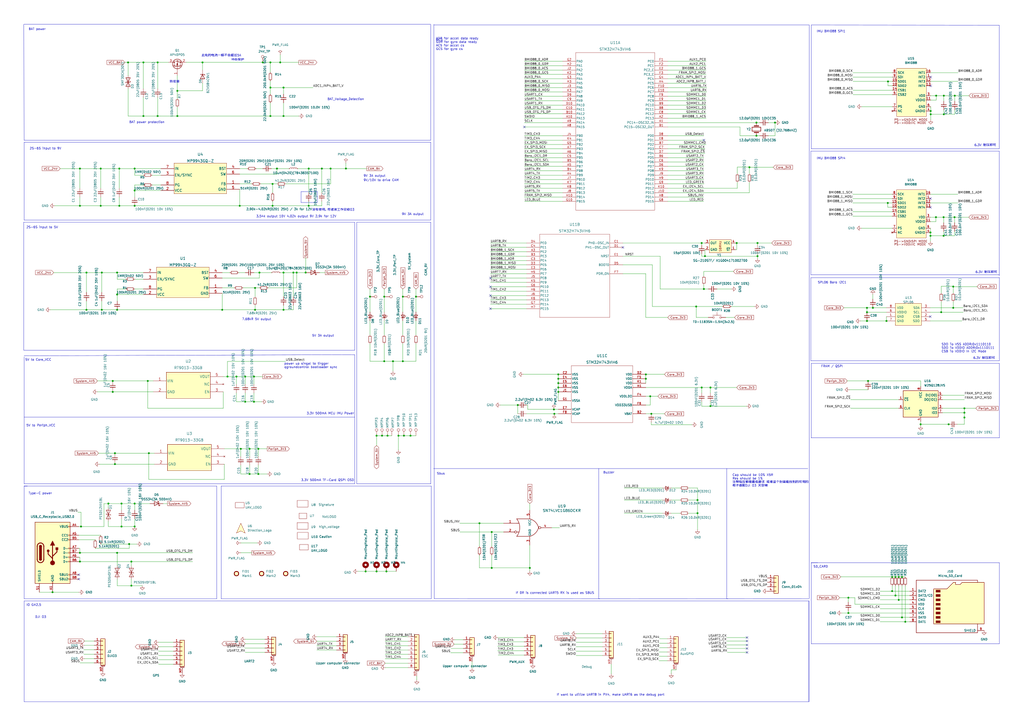
<source format=kicad_sch>
(kicad_sch (version 20230121) (generator eeschema)
  (paper "A2")
  (title_block (title "NxtPX4") (date "2023-03-03") (rev "V1.0。1") (company "HKUST Khalil"))
  (junction (at 514.223 186.182))
  (junction (at 102.87 52.705))
  (junction (at 539.75 136.779))
  (junction (at 404.622 297.688))
  (junction (at 449.58 71.12))
  (junction (at 241.3 172.085))
  (junction (at 83.185 36.195))
  (junction (at 147.32 218.44))
  (junction (at 515.112 47.244))
  (junction (at 552.958 166.243))
  (junction (at 407.035 140.97))
  (junction (at 234.315 252.73))
  (junction (at 78.105 97.79))
  (junction (at 559.435 239.395))
  (junction (at 214.63 172.085))
  (junction (at 545.973 181.102))
  (junction (at 321.31 237.49))
  (junction (at 102.87 67.31))
  (junction (at 224.155 331.47))
  (junction (at 221.615 252.73))
  (junction (at 438.785 78.74))
  (junction (at 377.825 240.03))
  (junction (at 517.525 342.9))
  (junction (at 521.335 334.645))
  (junction (at 162.56 36.195))
  (junction (at 150.495 158.115))
  (junction (at 46.99 305.435))
  (junction (at 170.18 158.115))
  (junction (at 523.24 334.645))
  (junction (at 158.115 119.38))
  (junction (at 514.985 117.729))
  (junction (at 278.13 303.53))
  (junction (at 147.955 179.705))
  (junction (at 519.43 334.645))
  (junction (at 160.655 97.79))
  (junction (at 186.69 97.79))
  (junction (at 404.622 290.068))
  (junction (at 227.965 209.55))
  (junction (at 323.85 222.25))
  (junction (at 91.44 36.195))
  (junction (at 408.305 167.64))
  (junction (at 74.295 36.195))
  (junction (at 218.44 252.73))
  (junction (at 147.32 233.045))
  (junction (at 164.465 67.31))
  (junction (at 172.085 158.115))
  (junction (at 59.055 179.705))
  (junction (at 543.052 55.499))
  (junction (at 137.16 218.44))
  (junction (at 144.78 274.955))
  (junction (at 78.105 305.435))
  (junction (at 547.37 125.984))
  (junction (at 542.925 125.984))
  (junction (at 65.405 227.33))
  (junction (at 407.035 224.79))
  (junction (at 164.465 158.115))
  (junction (at 83.185 67.31))
  (junction (at 534.035 246.126))
  (junction (at 70.485 305.435))
  (junction (at 547.37 136.779))
  (junction (at 321.564 240.03))
  (junction (at 85.725 220.98))
  (junction (at 238.125 252.73))
  (junction (at 50.165 179.705))
  (junction (at 408.94 148.59))
  (junction (at 164.465 179.705))
  (junction (at 67.945 170.815))
  (junction (at 403.86 177.8))
  (junction (at 492.125 355.6))
  (junction (at 539.75 134.874))
  (junction (at 139.065 119.38))
  (junction (at 177.292 158.115))
  (junction (at 307.34 329.438))
  (junction (at 131.953 218.44))
  (junction (at 224.79 252.73))
  (junction (at 285.242 329.438))
  (junction (at 117.475 36.195))
  (junction (at 285.242 308.61))
  (junction (at 66.675 262.89))
  (junction (at 78.105 292.1))
  (junction (at 46.355 325.755))
  (junction (at 69.215 97.79))
  (junction (at 323.85 224.79))
  (junction (at 149.86 260.35))
  (junction (at 58.42 97.79))
  (junction (at 46.355 119.38))
  (junction (at 179.07 119.38))
  (junction (at 233.68 209.55))
  (junction (at 86.36 262.89))
  (junction (at 233.68 172.085))
  (junction (at 70.485 292.1))
  (junction (at 412.115 235.585))
  (junction (at 492.125 346.71))
  (junction (at 30.48 343.535))
  (junction (at 222.885 172.085))
  (junction (at 559.435 236.855))
  (junction (at 434.721 97.028))
  (junction (at 76.2 325.755))
  (junction (at 519.43 345.44))
  (junction (at 525.145 360.68))
  (junction (at 521.335 347.98))
  (junction (at 149.86 274.955))
  (junction (at 547.497 66.294))
  (junction (at 46.355 97.79))
  (junction (at 502.92 181.102))
  (junction (at 374.65 217.17))
  (junction (at 547.497 55.499))
  (junction (at 78.105 110.49))
  (junction (at 231.14 252.73))
  (junction (at 50.165 158.115))
  (junction (at 67.945 179.705))
  (junction (at 142.24 218.44))
  (junction (at 550.291 246.126))
  (junction (at 74.93 315.595))
  (junction (at 539.877 64.389))
  (junction (at 179.07 97.79))
  (junction (at 502.92 186.182))
  (junction (at 212.09 331.47))
  (junction (at 539.877 66.294))
  (junction (at 323.85 217.17))
  (junction (at 67.945 158.115))
  (junction (at 553.847 55.499))
  (junction (at 200.66 97.79))
  (junction (at 502.92 178.562))
  (junction (at 218.44 331.47))
  (junction (at 46.355 320.675))
  (junction (at 164.465 50.8))
  (junction (at 142.24 233.045))
  (junction (at 323.85 219.71))
  (junction (at 66.675 269.24))
  (junction (at 506.349 178.562))
  (junction (at 158.115 106.68))
  (junction (at 139.7 260.35))
  (junction (at 128.905 179.705))
  (junction (at 156.845 67.31))
  (junction (at 323.85 227.33))
  (junction (at 559.435 242.189))
  (junction (at 147.955 167.005))
  (junction (at 91.44 67.31))
  (junction (at 76.2 339.725))
  (junction (at 156.845 50.8))
  (junction (at 517.525 334.645))
  (junction (at 222.885 209.55))
  (junction (at 377.19 229.87))
  (junction (at 144.78 260.35))
  (junction (at 427.355 140.97))
  (junction (at 439.42 148.59))
  (junction (at 156.845 36.195))
  (junction (at 439.42 140.97))
  (junction (at 300.355 234.95))
  (junction (at 152.4 36.195))
  (junction (at 67.945 320.675))
  (junction (at 503.555 220.98))
  (junction (at 553.72 125.984))
  (junction (at 374.65 219.71))
  (junction (at 523.24 358.14))
  (junction (at 58.42 119.38))
  (junction (at 65.405 220.98))
  (junction (at 62.865 292.1))
  (junction (at 69.215 119.38))
  (junction (at 552.958 178.562))
  (junction (at 59.055 158.115))
  (junction (at 412.115 224.79))
  (junction (at 191.77 97.79))
  (junction (at 78.105 119.38))
  (junction (at 438.785 71.12))
  (no_connect (at 539.877 49.784))
  (no_connect (at 539.623 183.642))
  (no_connect (at 433.324 378.46))
  (no_connect (at 433.324 369.824))
  (no_connect (at 539.75 115.189))
  (no_connect (at 433.324 374.142))
  (no_connect (at 433.324 376.174))
  (no_connect (at 304.165 73.66))
  (no_connect (at 361.315 143.51))
  (no_connect (at 284.48 171.45))
  (no_connect (at 45.72 335.915))
  (no_connect (at 45.72 333.375))
  (no_connect (at 284.48 161.29))
  (no_connect (at 433.324 371.856))
  (no_connect (at 284.48 166.37))
  (no_connect (at 284.48 179.07))
  (no_connect (at 539.75 120.269))
  (no_connect (at 408.305 81.28))
  (no_connect (at 539.877 44.704))
  (wire (pts (xy 65.405 227.33) (xy 88.9 227.33)))
  (wire (pts (xy 547.37 125.984) (xy 553.72 125.984)))
  (wire (pts (xy 162.56 31.75) (xy 162.56 36.195)))
  (wire (pts (xy 238.125 252.73) (xy 241.3 252.73)))
  (wire (pts (xy 49.022 371.856) (xy 54.61 371.856)))
  (wire (pts (xy 521.335 236.855) (xy 493.395 236.855)))
  (wire (pts (xy 139.065 109.855) (xy 139.065 119.38)))
  (wire (pts (xy 128.905 170.18) (xy 128.905 179.705)))
  (wire (pts (xy 539.623 178.562) (xy 552.958 178.562)))
  (wire (pts (xy 412.115 235.585) (xy 407.035 235.585)))
  (wire (pts (xy 160.655 100.965) (xy 139.065 100.965)))
  (wire (pts (xy 70.485 292.1) (xy 78.105 292.1)))
  (wire (pts (xy 374.65 219.71) (xy 374.65 222.25)))
  (polyline (pts (xy 470.408 87.63) (xy 579.628 87.63)))
  (wire (pts (xy 141.986 375.92) (xy 153.67 375.92)))
  (wire (pts (xy 164.465 50.8) (xy 164.465 54.61)))
  (polyline (pts (xy 128.27 281.94) (xy 128.27 347.345)))
  (wire (pts (xy 514.223 181.102) (xy 502.92 181.102)))
  (wire (pts (xy 489.458 178.562) (xy 502.92 178.562)))
  (wire (pts (xy 224.79 252.73) (xy 227.33 252.73)))
  (wire (pts (xy 288.671 374.904) (xy 304.038 374.904)))
  (wire (pts (xy 160.655 97.79) (xy 167.64 97.79)))
  (wire (pts (xy 427.736 96.901) (xy 434.721 96.901)))
  (polyline (pts (xy 205.74 203.2) (xy 13.843 203.2)))
  (wire (pts (xy 207.645 331.47) (xy 212.09 331.47)))
  (wire (pts (xy 45.72 318.135) (xy 46.355 318.135)))
  (wire (pts (xy 421.64 369.824) (xy 433.324 369.824)))
  (wire (pts (xy 494.665 125.349) (xy 517.525 125.349)))
  (polyline (pts (xy 470.535 326.39) (xy 474.345 326.39)))
  (wire (pts (xy 412.115 224.79) (xy 427.355 224.79)))
  (wire (pts (xy 326.39 88.9) (xy 304.165 88.9)))
  (wire (pts (xy 300.355 234.95) (xy 300.355 240.03)))
  (wire (pts (xy 427.736 105.791) (xy 427.736 109.22)))
  (polyline (pts (xy 469.265 348.615) (xy 469.265 407.035)))
  (wire (pts (xy 263.398 373.634) (xy 268.732 373.634)))
  (wire (pts (xy 195.199 371.983) (xy 183.769 371.983)))
  (wire (pts (xy 519.43 339.725) (xy 519.43 345.44)))
  (wire (pts (xy 149.86 264.795) (xy 149.86 260.35)))
  (wire (pts (xy 326.39 66.04) (xy 304.165 66.04)))
  (wire (pts (xy 164.465 158.115) (xy 170.18 158.115)))
  (wire (pts (xy 546.735 231.775) (xy 559.435 231.775)))
  (polyline (pts (xy 421.64 347.345) (xy 422.275 347.345)))
  (wire (pts (xy 67.945 320.675) (xy 111.76 320.675)))
  (wire (pts (xy 494.792 44.704) (xy 517.652 44.704)))
  (wire (pts (xy 218.44 258.445) (xy 218.44 252.73)))
  (wire (pts (xy 139.7 264.795) (xy 139.7 260.35)))
  (wire (pts (xy 234.315 252.73) (xy 238.125 252.73)))
  (wire (pts (xy 212.09 331.47) (xy 218.44 331.47)))
  (wire (pts (xy 539.75 125.984) (xy 542.925 125.984)))
  (wire (pts (xy 50.165 169.545) (xy 50.165 158.115)))
  (wire (pts (xy 241.808 392.303) (xy 241.808 394.335)))
  (wire (pts (xy 151.13 106.68) (xy 158.115 106.68)))
  (wire (pts (xy 152.4 36.195) (xy 156.845 36.195)))
  (wire (pts (xy 158.115 119.38) (xy 179.07 119.38)))
  (wire (pts (xy 288.798 372.364) (xy 304.038 372.364)))
  (wire (pts (xy 222.885 199.39) (xy 222.885 209.55)))
  (wire (pts (xy 48.641 379.476) (xy 54.61 379.476)))
  (wire (pts (xy 172.72 97.79) (xy 179.07 97.79)))
  (wire (pts (xy 510.54 345.44) (xy 519.43 345.44)))
  (wire (pts (xy 492.125 355.6) (xy 527.685 355.6)))
  (wire (pts (xy 517.525 342.9) (xy 527.685 342.9)))
  (wire (pts (xy 102.87 43.815) (xy 102.87 52.705)))
  (wire (pts (xy 221.615 252.73) (xy 224.79 252.73)))
  (wire (pts (xy 139.7 260.35) (xy 144.78 260.35)))
  (wire (pts (xy 445.77 71.12) (xy 449.58 71.12)))
  (wire (pts (xy 408.305 104.14) (xy 387.35 104.14)))
  (wire (pts (xy 539.877 61.849) (xy 539.877 64.389)))
  (wire (pts (xy 491.49 220.98) (xy 503.555 220.98)))
  (wire (pts (xy 438.785 71.12) (xy 440.69 71.12)))
  (polyline (pts (xy 470.408 161.036) (xy 579.755 161.036)))
  (polyline (pts (xy 470.662 14.478) (xy 579.628 14.605)))
  (wire (pts (xy 31.115 158.115) (xy 50.165 158.115)))
  (wire (pts (xy 191.77 97.79) (xy 200.66 97.79)))
  (wire (pts (xy 158.115 119.38) (xy 139.065 119.38)))
  (wire (pts (xy 534.035 244.475) (xy 534.035 246.126)))
  (wire (pts (xy 439.42 147.32) (xy 439.42 148.59)))
  (wire (pts (xy 86.36 262.89) (xy 89.535 262.89)))
  (wire (pts (xy 67.945 161.925) (xy 67.945 158.115)))
  (wire (pts (xy 45.72 313.055) (xy 55.245 313.055)))
  (wire (pts (xy 170.18 179.705) (xy 170.18 177.165)))
  (wire (pts (xy 292.1 308.61) (xy 285.242 308.61)))
  (wire (pts (xy 147.32 233.045) (xy 151.765 233.045)))
  (wire (pts (xy 288.925 379.984) (xy 304.038 379.984)))
  (wire (pts (xy 223.393 377.063) (xy 236.728 377.063)))
  (wire (pts (xy 499.745 132.334) (xy 517.525 132.334)))
  (wire (pts (xy 164.465 179.705) (xy 170.18 179.705)))
  (wire (pts (xy 62.865 302.26) (xy 62.865 305.435)))
  (wire (pts (xy 195.199 369.443) (xy 183.769 369.443)))
  (polyline (pts (xy 125.73 281.94) (xy 125.73 347.345)))
  (wire (pts (xy 266.7 308.61) (xy 285.242 308.61)))
  (polyline (pts (xy 250.19 347.345) (xy 128.27 347.345)))
  (wire (pts (xy 326.39 99.06) (xy 304.165 99.06)))
  (wire (pts (xy 374.65 240.03) (xy 377.825 240.03)))
  (wire (pts (xy 186.69 119.38) (xy 186.69 116.84)))
  (polyline (pts (xy 470.662 86.36) (xy 579.628 86.36)))
  (wire (pts (xy 389.382 290.068) (xy 394.462 290.068)))
  (wire (pts (xy 545.973 181.102) (xy 558.8 181.102)))
  (wire (pts (xy 389.382 283.083) (xy 394.462 283.083)))
  (wire (pts (xy 304.165 114.3) (xy 326.39 114.3)))
  (wire (pts (xy 559.435 236.855) (xy 566.039 236.855)))
  (wire (pts (xy 539.75 112.649) (xy 555.625 112.649)))
  (wire (pts (xy 142.24 218.44) (xy 147.32 218.44)))
  (wire (pts (xy 326.39 91.44) (xy 304.165 91.44)))
  (wire (pts (xy 326.39 55.88) (xy 304.165 55.88)))
  (wire (pts (xy 170.18 158.115) (xy 170.18 172.085)))
  (polyline (pts (xy 249.936 82.55) (xy 249.936 127.635)))
  (wire (pts (xy 164.465 67.31) (xy 173.355 67.31)))
  (wire (pts (xy 85.725 220.98) (xy 88.9 220.98)))
  (wire (pts (xy 117.475 36.195) (xy 152.4 36.195)))
  (polyline (pts (xy 469.265 407.035) (xy 13.97 407.035)))
  (polyline (pts (xy 249.936 127.635) (xy 13.97 127.635)))
  (wire (pts (xy 517.652 42.164) (xy 494.792 42.164)))
  (wire (pts (xy 144.78 260.35) (xy 149.86 260.35)))
  (wire (pts (xy 427.736 96.901) (xy 427.736 100.711)))
  (wire (pts (xy 408.305 93.98) (xy 387.35 93.98)))
  (wire (pts (xy 326.39 81.28) (xy 304.165 81.28)))
  (wire (pts (xy 415.925 167.64) (xy 424.18 167.64)))
  (wire (pts (xy 539.623 181.102) (xy 545.973 181.102)))
  (wire (pts (xy 241.3 167.64) (xy 241.3 172.085)))
  (wire (pts (xy 83.185 107.315) (xy 78.105 107.315)))
  (wire (pts (xy 439.42 142.24) (xy 439.42 140.97)))
  (wire (pts (xy 149.86 274.955) (xy 154.94 274.955)))
  (wire (pts (xy 392.176 388.62) (xy 392.176 388.366)))
  (wire (pts (xy 387.35 38.1) (xy 409.575 38.1)))
  (polyline (pts (xy 14.605 82.55) (xy 249.936 82.55)))
  (wire (pts (xy 321.564 240.03) (xy 323.85 240.03)))
  (wire (pts (xy 62.865 305.435) (xy 70.485 305.435)))
  (wire (pts (xy 67.945 170.815) (xy 67.945 174.625)))
  (wire (pts (xy 387.35 50.8) (xy 409.956 50.8)))
  (wire (pts (xy 290.195 234.95) (xy 300.355 234.95)))
  (wire (pts (xy 408.178 114.3) (xy 387.35 114.3)))
  (wire (pts (xy 362.077 290.068) (xy 384.302 290.068)))
  (polyline (pts (xy 184.15 117.475) (xy 174.625 117.475)))
  (wire (pts (xy 46.355 114.3) (xy 46.355 119.38)))
  (wire (pts (xy 492.125 354.33) (xy 492.125 355.6)))
  (wire (pts (xy 78.105 107.315) (xy 78.105 110.49)))
  (wire (pts (xy 374.65 224.79) (xy 407.035 224.79)))
  (wire (pts (xy 58.42 114.3) (xy 58.42 119.38)))
  (wire (pts (xy 323.85 219.71) (xy 323.85 222.25)))
  (wire (pts (xy 321.31 237.49) (xy 323.85 237.49)))
  (wire (pts (xy 284.48 173.99) (xy 305.435 173.99)))
  (wire (pts (xy 284.48 179.07) (xy 305.435 179.07)))
  (wire (pts (xy 389.382 297.688) (xy 394.462 297.688)))
  (wire (pts (xy 129.54 218.44) (xy 131.953 218.44)))
  (wire (pts (xy 361.315 153.67) (xy 378.46 153.67)))
  (wire (pts (xy 326.39 109.22) (xy 304.165 109.22)))
  (wire (pts (xy 214.63 186.055) (xy 214.63 194.31)))
  (wire (pts (xy 374.65 217.17) (xy 385.445 217.17)))
  (wire (pts (xy 69.215 119.38) (xy 78.105 119.38)))
  (wire (pts (xy 241.3 199.39) (xy 241.3 209.55)))
  (wire (pts (xy 58.42 97.79) (xy 69.215 97.79)))
  (wire (pts (xy 334.137 380.238) (xy 349.504 380.238)))
  (wire (pts (xy 543.052 55.499) (xy 547.497 55.499)))
  (wire (pts (xy 142.24 222.885) (xy 142.24 218.44)))
  (wire (pts (xy 278.13 303.53) (xy 292.1 303.53)))
  (wire (pts (xy 74.93 315.595) (xy 79.375 315.595)))
  (wire (pts (xy 525.145 360.68) (xy 527.685 360.68)))
  (wire (pts (xy 552.958 166.243) (xy 566.801 166.243)))
  (wire (pts (xy 131.953 209.677) (xy 131.953 218.44)))
  (wire (pts (xy 224.155 331.47) (xy 229.87 331.47)))
  (wire (pts (xy 387.35 48.26) (xy 409.575 48.26)))
  (wire (pts (xy 78.105 161.925) (xy 83.185 161.925)))
  (wire (pts (xy 510.54 360.68) (xy 525.145 360.68)))
  (wire (pts (xy 91.948 372.618) (xy 100.584 372.618)))
  (wire (pts (xy 521.335 347.98) (xy 527.685 347.98)))
  (wire (pts (xy 73.025 161.925) (xy 67.945 161.925)))
  (wire (pts (xy 284.48 146.05) (xy 305.435 146.05)))
  (wire (pts (xy 139.065 106.68) (xy 146.05 106.68)))
  (wire (pts (xy 137.16 218.44) (xy 142.24 218.44)))
  (wire (pts (xy 326.39 53.34) (xy 304.165 53.34)))
  (polyline (pts (xy 184.15 111.125) (xy 184.15 117.475)))
  (wire (pts (xy 545.973 166.116) (xy 552.958 166.116)))
  (wire (pts (xy 78.105 167.64) (xy 83.185 167.64)))
  (wire (pts (xy 387.35 96.52) (xy 408.305 96.52)))
  (wire (pts (xy 70.485 292.1) (xy 70.485 295.91)))
  (wire (pts (xy 284.48 148.59) (xy 305.435 148.59)))
  (wire (pts (xy 421.005 184.15) (xy 426.085 184.15)))
  (wire (pts (xy 514.985 117.729) (xy 514.985 120.269)))
  (wire (pts (xy 58.42 119.38) (xy 69.215 119.38)))
  (wire (pts (xy 149.86 260.35) (xy 154.94 260.35)))
  (wire (pts (xy 45.72 323.215) (xy 46.355 323.215)))
  (wire (pts (xy 523.24 358.14) (xy 527.685 358.14)))
  (polyline (pts (xy 251.46 271.78) (xy 468.63 271.78)))
  (wire (pts (xy 66.675 262.89) (xy 66.675 263.525)))
  (wire (pts (xy 519.43 334.645) (xy 521.335 334.645)))
  (wire (pts (xy 29.21 179.705) (xy 50.165 179.705)))
  (wire (pts (xy 30.48 343.535) (xy 45.72 343.535)))
  (wire (pts (xy 170.18 158.115) (xy 172.085 158.115)))
  (wire (pts (xy 539.877 42.164) (xy 555.752 42.164)))
  (polyline (pts (xy 125.73 347.345) (xy 13.97 347.345)))
  (wire (pts (xy 305.435 240.03) (xy 321.564 240.03)))
  (wire (pts (xy 128.905 167.005) (xy 135.89 167.005)))
  (wire (pts (xy 288.798 369.824) (xy 304.038 369.824)))
  (wire (pts (xy 222.885 172.085) (xy 223.52 172.085)))
  (wire (pts (xy 65.405 226.695) (xy 65.405 227.33)))
  (wire (pts (xy 162.56 158.115) (xy 164.465 158.115)))
  (wire (pts (xy 559.435 246.126) (xy 559.435 242.189)))
  (wire (pts (xy 555.371 246.126) (xy 559.435 246.126)))
  (wire (pts (xy 223.393 374.523) (xy 236.728 374.523)))
  (wire (pts (xy 102.87 52.705) (xy 102.87 57.15)))
  (wire (pts (xy 179.07 119.38) (xy 186.69 119.38)))
  (wire (pts (xy 76.2 325.755) (xy 111.76 325.755)))
  (wire (pts (xy 142.24 378.46) (xy 153.67 378.46)))
  (wire (pts (xy 177.292 158.115) (xy 177.292 158.242)))
  (wire (pts (xy 137.16 233.045) (xy 142.24 233.045)))
  (wire (pts (xy 153.67 370.84) (xy 142.24 370.84)))
  (wire (pts (xy 70.485 300.99) (xy 70.485 305.435)))
  (wire (pts (xy 156.845 67.31) (xy 164.465 67.31)))
  (wire (pts (xy 326.39 68.58) (xy 304.165 68.58)))
  (wire (pts (xy 85.725 220.98) (xy 85.725 236.855)))
  (wire (pts (xy 107.95 36.195) (xy 117.475 36.195)))
  (polyline (pts (xy 470.535 326.39) (xy 579.755 326.39)))
  (wire (pts (xy 131.953 209.677) (xy 165.735 209.677)))
  (wire (pts (xy 186.69 97.79) (xy 186.69 111.76)))
  (wire (pts (xy 85.725 236.855) (xy 129.54 236.855)))
  (wire (pts (xy 382.905 148.59) (xy 361.315 148.59)))
  (wire (pts (xy 218.44 331.47) (xy 224.155 331.47)))
  (wire (pts (xy 421.64 374.142) (xy 433.324 374.142)))
  (polyline (pts (xy 13.97 241.935) (xy 205.74 241.935)))
  (wire (pts (xy 67.945 335.915) (xy 67.945 339.725)))
  (wire (pts (xy 191.77 97.79) (xy 191.77 106.68)))
  (wire (pts (xy 334.137 375.158) (xy 349.504 375.158)))
  (wire (pts (xy 545.973 175.006) (xy 545.973 181.102)))
  (wire (pts (xy 150.495 161.29) (xy 128.905 161.29)))
  (wire (pts (xy 148.59 97.79) (xy 152.4 97.79)))
  (wire (pts (xy 410.845 184.15) (xy 403.86 184.15)))
  (wire (pts (xy 387.35 66.04) (xy 409.575 66.04)))
  (wire (pts (xy 494.792 52.324) (xy 517.652 52.324)))
  (polyline (pts (xy 469.392 347.218) (xy 469.392 14.478)))
  (wire (pts (xy 546.735 239.395) (xy 559.435 239.395)))
  (wire (pts (xy 392.176 388.62) (xy 389.382 388.62)))
  (polyline (pts (xy 205.74 280.67) (xy 13.97 280.67)))
  (wire (pts (xy 539.75 136.779) (xy 539.75 139.954)))
  (polyline (pts (xy 579.755 209.296) (xy 470.408 209.296)))
  (wire (pts (xy 179.07 116.84) (xy 179.07 119.38)))
  (wire (pts (xy 553.72 125.984) (xy 561.975 125.984)))
  (wire (pts (xy 231.14 252.73) (xy 234.315 252.73)))
  (wire (pts (xy 74.295 36.195) (xy 74.295 43.815)))
  (wire (pts (xy 399.542 283.083) (xy 404.622 283.083)))
  (wire (pts (xy 361.315 158.75) (xy 374.65 158.75)))
  (wire (pts (xy 65.405 220.98) (xy 85.725 220.98)))
  (wire (pts (xy 149.86 274.955) (xy 149.86 269.875)))
  (wire (pts (xy 510.54 342.9) (xy 517.525 342.9)))
  (wire (pts (xy 387.35 60.96) (xy 409.575 60.96)))
  (wire (pts (xy 233.68 199.39) (xy 233.68 209.55)))
  (wire (pts (xy 410.845 167.64) (xy 408.305 167.64)))
  (wire (pts (xy 510.54 358.14) (xy 523.24 358.14)))
  (wire (pts (xy 382.27 383.286) (xy 387.096 383.286)))
  (wire (pts (xy 408.305 99.06) (xy 387.35 99.06)))
  (wire (pts (xy 233.68 209.55) (xy 241.3 209.55)))
  (wire (pts (xy 179.07 97.79) (xy 186.69 97.79)))
  (wire (pts (xy 517.525 334.645) (xy 487.68 334.645)))
  (wire (pts (xy 86.36 278.13) (xy 130.175 278.13)))
  (wire (pts (xy 284.48 161.29) (xy 305.435 161.29)))
  (polyline (pts (xy 347.345 271.78) (xy 347.345 347.345)))
  (wire (pts (xy 539.75 128.524) (xy 542.925 128.524)))
  (wire (pts (xy 46.355 320.675) (xy 67.945 320.675)))
  (wire (pts (xy 304.165 106.68) (xy 326.39 106.68)))
  (polyline (pts (xy 469.265 348.615) (xy 469.265 407.035)))
  (wire (pts (xy 285.242 308.61) (xy 285.242 316.992)))
  (wire (pts (xy 186.69 97.79) (xy 191.77 97.79)))
  (wire (pts (xy 434.721 105.791) (xy 434.721 111.76)))
  (wire (pts (xy 49.022 382.016) (xy 54.61 382.016)))
  (wire (pts (xy 412.115 235.585) (xy 433.07 235.585)))
  (wire (pts (xy 559.435 242.189) (xy 559.562 242.189)))
  (wire (pts (xy 521.335 334.645) (xy 523.24 334.645)))
  (wire (pts (xy 147.955 179.705) (xy 164.465 179.705)))
  (wire (pts (xy 334.264 370.078) (xy 349.504 370.078)))
  (polyline (pts (xy 421.64 271.78) (xy 421.64 347.345)))
  (wire (pts (xy 553.847 55.499) (xy 553.847 58.674)))
  (polyline (pts (xy 207.01 280.67) (xy 207.01 128.905)))
  (wire (pts (xy 233.68 180.975) (xy 233.68 172.085)))
  (wire (pts (xy 94.615 292.1) (xy 97.155 292.1)))
  (wire (pts (xy 377.825 245.11) (xy 377.825 246.38)))
  (wire (pts (xy 164.465 177.165) (xy 164.465 179.705)))
  (wire (pts (xy 150.495 158.115) (xy 157.48 158.115)))
  (wire (pts (xy 57.15 262.89) (xy 66.675 262.89)))
  (wire (pts (xy 553.72 125.984) (xy 553.72 129.159)))
  (wire (pts (xy 377.825 240.03) (xy 385.445 240.03)))
  (wire (pts (xy 494.792 47.244) (xy 515.112 47.244)))
  (wire (pts (xy 93.345 97.79) (xy 78.105 97.79)))
  (wire (pts (xy 74.93 315.595) (xy 74.93 318.135)))
  (wire (pts (xy 31.75 119.38) (xy 46.355 119.38)))
  (wire (pts (xy 147.955 179.705) (xy 128.905 179.705)))
  (wire (pts (xy 91.948 377.698) (xy 100.584 377.698)))
  (wire (pts (xy 382.524 370.586) (xy 387.096 370.586)))
  (wire (pts (xy 128.905 158.115) (xy 133.35 158.115)))
  (wire (pts (xy 492.76 226.06) (xy 503.555 226.06)))
  (wire (pts (xy 377.19 234.95) (xy 374.65 234.95)))
  (wire (pts (xy 88.265 107.315) (xy 93.345 107.315)))
  (wire (pts (xy 69.215 97.79) (xy 78.105 97.79)))
  (wire (pts (xy 553.847 55.499) (xy 562.102 55.499)))
  (wire (pts (xy 506.349 170.815) (xy 506.349 173.482)))
  (wire (pts (xy 284.48 156.21) (xy 305.435 156.21)))
  (wire (pts (xy 495.935 346.71) (xy 495.935 350.52)))
  (wire (pts (xy 326.39 78.74) (xy 304.165 78.74)))
  (wire (pts (xy 539.75 136.779) (xy 547.37 136.779)))
  (wire (pts (xy 164.465 158.115) (xy 164.465 172.085)))
  (wire (pts (xy 227.965 209.55) (xy 233.68 209.55)))
  (wire (pts (xy 429.26 78.74) (xy 429.26 73.66)))
  (polyline (pts (xy 13.97 207.01) (xy 13.97 280.67)))
  (wire (pts (xy 59.055 179.705) (xy 67.945 179.705)))
  (wire (pts (xy 284.48 151.13) (xy 305.435 151.13)))
  (wire (pts (xy 519.43 345.44) (xy 527.685 345.44)))
  (wire (pts (xy 164.465 50.8) (xy 181.61 50.8)))
  (wire (pts (xy 241.3 186.055) (xy 241.3 194.31)))
  (wire (pts (xy 404.622 290.068) (xy 404.622 297.688)))
  (wire (pts (xy 421.64 376.174) (xy 433.324 376.174)))
  (wire (pts (xy 91.948 375.158) (xy 100.584 375.158)))
  (wire (pts (xy 382.905 167.64) (xy 408.305 167.64)))
  (wire (pts (xy 399.542 297.688) (xy 404.622 297.688)))
  (wire (pts (xy 427.355 140.97) (xy 426.72 140.97)))
  (wire (pts (xy 387.35 73.66) (xy 429.26 73.66)))
  (wire (pts (xy 261.62 376.174) (xy 268.732 376.174)))
  (wire (pts (xy 147.955 167.005) (xy 147.955 172.085)))
  (polyline (pts (xy 470.662 14.478) (xy 470.662 86.36)))
  (wire (pts (xy 60.325 292.1) (xy 62.865 292.1)))
  (polyline (pts (xy 579.755 160.909) (xy 579.755 209.169)))
  (wire (pts (xy 425.45 157.48) (xy 408.305 157.48)))
  (wire (pts (xy 57.785 269.24) (xy 66.675 269.24)))
  (wire (pts (xy 514.223 186.182) (xy 502.92 186.182)))
  (wire (pts (xy 487.045 346.71) (xy 492.125 346.71)))
  (wire (pts (xy 323.85 217.17) (xy 303.53 217.17)))
  (wire (pts (xy 387.35 106.68) (xy 408.432 106.68)))
  (wire (pts (xy 86.36 262.89) (xy 86.36 278.13)))
  (wire (pts (xy 387.35 88.9) (xy 408.94 88.9)))
  (wire (pts (xy 157.48 97.79) (xy 160.655 97.79)))
  (wire (pts (xy 412.115 224.79) (xy 407.035 224.79)))
  (wire (pts (xy 150.495 167.005) (xy 147.955 167.005)))
  (wire (pts (xy 91.44 36.195) (xy 97.79 36.195)))
  (polyline (pts (xy 470.535 210.82) (xy 579.755 210.82)))
  (wire (pts (xy 447.675 140.97) (xy 439.42 140.97)))
  (wire (pts (xy 547.497 63.754) (xy 547.497 66.294)))
  (wire (pts (xy 307.34 329.438) (xy 307.34 331.216)))
  (wire (pts (xy 553.847 63.754) (xy 553.847 66.294)))
  (wire (pts (xy 130.175 260.35) (xy 139.7 260.35)))
  (wire (pts (xy 139.7 314.96) (xy 149.225 314.96)))
  (wire (pts (xy 542.925 125.984) (xy 547.37 125.984)))
  (wire (pts (xy 91.44 56.515) (xy 91.44 67.31)))
  (wire (pts (xy 56.515 227.33) (xy 65.405 227.33)))
  (wire (pts (xy 83.185 56.515) (xy 83.185 67.31)))
  (wire (pts (xy 547.37 125.984) (xy 547.37 129.159)))
  (polyline (pts (xy 13.97 281.94) (xy 125.73 281.94)))
  (wire (pts (xy 387.35 58.42) (xy 409.575 58.42)))
  (wire (pts (xy 404.622 297.688) (xy 404.622 307.213)))
  (wire (pts (xy 200.66 94.615) (xy 200.66 97.79)))
  (wire (pts (xy 539.75 117.729) (xy 555.625 117.729)))
  (wire (pts (xy 407.035 235.585) (xy 407.035 233.045)))
  (wire (pts (xy 419.1 177.8) (xy 403.86 177.8)))
  (wire (pts (xy 408.94 140.97) (xy 407.035 140.97)))
  (wire (pts (xy 162.56 36.195) (xy 173.355 36.195)))
  (wire (pts (xy 361.315 140.97) (xy 407.035 140.97)))
  (wire (pts (xy 514.985 117.729) (xy 517.525 117.729)))
  (polyline (pts (xy 13.97 347.345) (xy 13.97 281.94)))
  (wire (pts (xy 222.885 172.085) (xy 222.885 167.64)))
  (wire (pts (xy 273.812 383.794) (xy 273.812 387.604)))
  (wire (pts (xy 434.721 96.901) (xy 434.721 97.028)))
  (wire (pts (xy 408.305 78.74) (xy 387.35 78.74)))
  (polyline (pts (xy 470.535 373.38) (xy 470.535 326.39)))
  (wire (pts (xy 403.86 184.15) (xy 403.86 177.8)))
  (wire (pts (xy 434.721 97.028) (xy 434.721 100.711)))
  (wire (pts (xy 50.165 174.625) (xy 50.165 179.705)))
  (wire (pts (xy 83.185 36.195) (xy 91.44 36.195)))
  (wire (pts (xy 65.405 220.98) (xy 65.405 221.615)))
  (wire (pts (xy 278.13 329.438) (xy 285.242 329.438)))
  (wire (pts (xy 326.39 38.1) (xy 304.165 38.1)))
  (wire (pts (xy 553.72 134.239) (xy 553.72 136.779)))
  (wire (pts (xy 550.418 246.126) (xy 550.291 246.126)))
  (wire (pts (xy 539.877 55.499) (xy 543.052 55.499)))
  (wire (pts (xy 539.623 186.182) (xy 558.038 186.182)))
  (wire (pts (xy 499.872 61.849) (xy 517.652 61.849)))
  (wire (pts (xy 408.94 144.78) (xy 408.94 148.59)))
  (wire (pts (xy 58.42 315.595) (xy 74.93 315.595)))
  (wire (pts (xy 83.185 36.195) (xy 83.185 51.435)))
  (wire (pts (xy 559.435 236.855) (xy 559.435 239.395)))
  (wire (pts (xy 517.525 112.649) (xy 494.665 112.649)))
  (wire (pts (xy 408.94 148.59) (xy 407.035 148.59)))
  (wire (pts (xy 102.87 67.31) (xy 91.44 67.31)))
  (wire (pts (xy 46.99 305.435) (xy 46.99 297.18)))
  (wire (pts (xy 46.355 384.556) (xy 54.61 384.556)))
  (wire (pts (xy 49.022 374.396) (xy 54.61 374.396)))
  (polyline (pts (xy 13.97 348.615) (xy 469.265 348.615)))
  (wire (pts (xy 515.112 47.244) (xy 515.112 49.784)))
  (wire (pts (xy 285.242 329.438) (xy 307.34 329.438)))
  (wire (pts (xy 412.115 235.585) (xy 412.115 233.045)))
  (wire (pts (xy 550.291 246.126) (xy 534.035 246.126)))
  (wire (pts (xy 164.465 59.69) (xy 164.465 67.31)))
  (wire (pts (xy 144.78 274.955) (xy 149.86 274.955)))
  (wire (pts (xy 46.355 109.22) (xy 46.355 97.79)))
  (wire (pts (xy 46.355 119.38) (xy 58.42 119.38)))
  (polyline (pts (xy 13.716 128.905) (xy 205.74 128.905)))
  (wire (pts (xy 218.44 252.73) (xy 221.615 252.73)))
  (wire (pts (xy 542.925 128.524) (xy 542.925 125.984)))
  (wire (pts (xy 539.877 64.389) (xy 539.877 66.294)))
  (wire (pts (xy 147.32 218.44) (xy 152.4 218.44)))
  (wire (pts (xy 91.948 382.778) (xy 100.584 382.778)))
  (wire (pts (xy 45.72 320.675) (xy 46.355 320.675)))
  (wire (pts (xy 241.3 172.085) (xy 241.3 180.975)))
  (wire (pts (xy 408.305 81.28) (xy 387.35 81.28)))
  (wire (pts (xy 326.39 86.36) (xy 304.165 86.36)))
  (wire (pts (xy 374.65 217.17) (xy 374.65 219.71)))
  (wire (pts (xy 67.945 179.705) (xy 128.905 179.705)))
  (wire (pts (xy 285.242 322.072) (xy 285.242 329.438)))
  (wire (pts (xy 552.958 178.562) (xy 558.673 178.562)))
  (wire (pts (xy 74.295 51.435) (xy 74.295 67.31)))
  (wire (pts (xy 488.315 355.6) (xy 492.125 355.6)))
  (wire (pts (xy 387.35 53.34) (xy 409.956 53.34)))
  (wire (pts (xy 493.395 231.775) (xy 521.335 231.775)))
  (wire (pts (xy 492.125 346.71) (xy 495.935 346.71)))
  (polyline (pts (xy 13.97 14.097) (xy 249.809 14.097)))
  (wire (pts (xy 382.27 380.746) (xy 387.096 380.746)))
  (wire (pts (xy 407.035 148.59) (xy 407.035 147.32)))
  (wire (pts (xy 139.7 269.875) (xy 139.7 274.955)))
  (wire (pts (xy 67.945 167.64) (xy 67.945 170.815)))
  (wire (pts (xy 374.65 158.75) (xy 374.65 184.15)))
  (wire (pts (xy 78.105 101.6) (xy 78.105 97.79)))
  (polyline (pts (xy 249.809 14.224) (xy 249.809 81.407)))
  (wire (pts (xy 278.13 316.992) (xy 278.13 303.53)))
  (wire (pts (xy 326.39 73.66) (xy 304.165 73.66)))
  (wire (pts (xy 150.495 158.115) (xy 150.495 161.29)))
  (wire (pts (xy 69.215 97.79) (xy 69.215 109.22)))
  (wire (pts (xy 387.35 63.5) (xy 409.575 63.5)))
  (wire (pts (xy 434.721 97.028) (xy 448.564 97.028)))
  (wire (pts (xy 91.948 380.238) (xy 100.584 380.238)))
  (wire (pts (xy 214.63 167.64) (xy 214.63 172.085)))
  (polyline (pts (xy 13.716 128.905) (xy 13.843 203.2)))
  (wire (pts (xy 494.792 54.864) (xy 517.652 54.864)))
  (wire (pts (xy 387.35 55.88) (xy 409.575 55.88)))
  (wire (pts (xy 76.2 335.915) (xy 76.2 339.725)))
  (wire (pts (xy 334.137 372.618) (xy 349.504 372.618)))
  (wire (pts (xy 374.65 184.15) (xy 387.35 184.15)))
  (polyline (pts (xy 13.97 206.375) (xy 205.74 205.74)))
  (wire (pts (xy 156.845 46.99) (xy 156.845 50.8)))
  (wire (pts (xy 494.665 117.729) (xy 514.985 117.729)))
  (wire (pts (xy 382.905 148.59) (xy 382.905 167.64)))
  (polyline (pts (xy 579.755 373.38) (xy 470.535 373.38)))
  (wire (pts (xy 326.39 35.56) (xy 304.165 35.56)))
  (wire (pts (xy 46.99 305.435) (xy 60.325 305.435)))
  (wire (pts (xy 284.48 158.75) (xy 305.435 158.75)))
  (wire (pts (xy 517.525 339.725) (xy 517.525 342.9)))
  (wire (pts (xy 158.115 106.68) (xy 158.115 111.76)))
  (wire (pts (xy 521.335 339.725) (xy 521.335 347.98)))
  (wire (pts (xy 144.78 274.955) (xy 144.78 269.875)))
  (wire (pts (xy 539.877 58.039) (xy 543.052 58.039)))
  (wire (pts (xy 78.105 110.49) (xy 78.105 114.3)))
  (wire (pts (xy 539.877 47.244) (xy 555.752 47.244)))
  (wire (pts (xy 137.16 227.965) (xy 137.16 233.045)))
  (wire (pts (xy 377.19 229.87) (xy 377.19 234.95)))
  (wire (pts (xy 534.035 246.126) (xy 534.035 247.015)))
  (wire (pts (xy 424.18 177.8) (xy 437.515 177.8)))
  (wire (pts (xy 547.37 134.239) (xy 547.37 136.779)))
  (wire (pts (xy 334.137 377.698) (xy 349.504 377.698)))
  (wire (pts (xy 214.63 172.085) (xy 214.63 180.975)))
  (wire (pts (xy 510.54 353.06) (xy 527.685 353.06)))
  (wire (pts (xy 66.675 268.605) (xy 66.675 269.24)))
  (wire (pts (xy 515.112 49.784) (xy 517.652 49.784)))
  (polyline (pts (xy 470.408 161.036) (xy 470.408 209.296)))
  (wire (pts (xy 304.292 116.84) (xy 326.39 116.84)))
  (wire (pts (xy 326.39 40.64) (xy 304.165 40.64)))
  (wire (pts (xy 62.865 292.1) (xy 70.485 292.1)))
  (wire (pts (xy 326.39 71.12) (xy 304.165 71.12)))
  (wire (pts (xy 222.885 186.055) (xy 222.885 194.31)))
  (wire (pts (xy 160.655 97.79) (xy 160.655 100.965)))
  (wire (pts (xy 559.435 239.395) (xy 559.435 242.189)))
  (wire (pts (xy 552.958 166.116) (xy 552.958 166.243)))
  (wire (pts (xy 66.675 262.89) (xy 86.36 262.89)))
  (wire (pts (xy 421.64 371.856) (xy 433.324 371.856)))
  (wire (pts (xy 261.366 378.714) (xy 268.732 378.714)))
  (wire (pts (xy 130.175 278.13) (xy 130.175 269.24)))
  (wire (pts (xy 445.77 78.74) (xy 449.58 78.74)))
  (wire (pts (xy 407.035 142.24) (xy 407.035 140.97)))
  (wire (pts (xy 284.48 176.53) (xy 305.435 176.53)))
  (wire (pts (xy 70.485 305.435) (xy 78.105 305.435)))
  (wire (pts (xy 502.92 186.182) (xy 499.11 186.182)))
  (wire (pts (xy 233.68 186.055) (xy 233.68 194.31)))
  (wire (pts (xy 214.63 199.39) (xy 214.63 209.55)))
  (wire (pts (xy 502.92 181.102) (xy 502.92 178.562)))
  (polyline (pts (xy 249.809 81.407) (xy 13.97 81.407)))
  (wire (pts (xy 231.14 260.985) (xy 231.14 252.73)))
  (wire (pts (xy 284.48 171.45) (xy 305.435 171.45)))
  (wire (pts (xy 326.39 101.6) (xy 304.165 101.6)))
  (wire (pts (xy 515.112 47.244) (xy 517.652 47.244)))
  (wire (pts (xy 50.165 158.115) (xy 59.055 158.115)))
  (wire (pts (xy 326.39 43.18) (xy 304.165 43.18)))
  (wire (pts (xy 45.72 325.755) (xy 46.355 325.755)))
  (wire (pts (xy 326.39 111.76) (xy 304.165 111.76)))
  (wire (pts (xy 326.39 60.96) (xy 304.165 60.96)))
  (polyline (pts (xy 174.625 111.125) (xy 175.895 111.125)))
  (wire (pts (xy 539.75 132.334) (xy 539.75 134.874)))
  (wire (pts (xy 102.87 62.23) (xy 102.87 67.31)))
  (wire (pts (xy 401.32 246.38) (xy 377.825 246.38)))
  (wire (pts (xy 139.065 97.79) (xy 143.51 97.79)))
  (wire (pts (xy 46.355 320.675) (xy 46.355 318.135)))
  (wire (pts (xy 284.48 166.37) (xy 305.435 166.37)))
  (wire (pts (xy 408.305 165.1) (xy 408.305 167.64)))
  (wire (pts (xy 76.2 339.725) (xy 82.55 339.725)))
  (wire (pts (xy 326.39 96.52) (xy 304.165 96.52)))
  (wire (pts (xy 378.46 177.8) (xy 403.86 177.8)))
  (wire (pts (xy 83.185 67.31) (xy 74.295 67.31)))
  (wire (pts (xy 284.48 163.83) (xy 305.435 163.83)))
  (polyline (pts (xy 205.74 128.905) (xy 205.74 203.2)))
  (wire (pts (xy 177.292 158.115) (xy 177.8 158.115)))
  (wire (pts (xy 263.779 371.094) (xy 268.732 371.094)))
  (polyline (pts (xy 251.841 347.218) (xy 469.265 347.345)))
  (wire (pts (xy 45.085 297.18) (xy 46.99 297.18)))
  (wire (pts (xy 78.105 292.1) (xy 86.995 292.1)))
  (wire (pts (xy 408.94 148.59) (xy 439.42 148.59)))
  (wire (pts (xy 506.349 178.562) (xy 502.92 178.562)))
  (wire (pts (xy 76.2 325.755) (xy 76.2 328.295)))
  (wire (pts (xy 59.055 174.625) (xy 59.055 179.705)))
  (wire (pts (xy 185.42 158.115) (xy 188.595 158.115)))
  (wire (pts (xy 147.32 158.115) (xy 150.495 158.115)))
  (wire (pts (xy 503.555 220.98) (xy 534.035 220.98)))
  (wire (pts (xy 223.393 382.143) (xy 236.728 382.143)))
  (wire (pts (xy 142.24 233.045) (xy 142.24 227.965)))
  (polyline (pts (xy 13.97 82.55) (xy 14.605 82.55)))
  (wire (pts (xy 517.525 334.645) (xy 519.43 334.645)))
  (wire (pts (xy 278.13 303.53) (xy 266.7 303.53)))
  (wire (pts (xy 434.721 111.76) (xy 387.35 111.76)))
  (wire (pts (xy 223.393 384.683) (xy 236.728 384.683)))
  (wire (pts (xy 494.665 115.189) (xy 517.525 115.189)))
  (wire (pts (xy 387.35 40.64) (xy 409.575 40.64)))
  (wire (pts (xy 409.575 83.82) (xy 387.35 83.82)))
  (wire (pts (xy 72.39 36.195) (xy 74.295 36.195)))
  (wire (pts (xy 306.07 234.95) (xy 306.07 237.49)))
  (wire (pts (xy 552.958 166.243) (xy 552.958 169.926)))
  (wire (pts (xy 140.97 167.005) (xy 147.955 167.005)))
  (wire (pts (xy 138.43 158.115) (xy 142.24 158.115)))
  (wire (pts (xy 91.44 36.195) (xy 91.44 51.435)))
  (wire (pts (xy 399.542 290.068) (xy 404.622 290.068)))
  (wire (pts (xy 510.54 347.98) (xy 521.335 347.98)))
  (wire (pts (xy 495.935 350.52) (xy 527.685 350.52)))
  (wire (pts (xy 278.13 322.072) (xy 278.13 329.438)))
  (wire (pts (xy 147.32 222.885) (xy 147.32 218.44)))
  (wire (pts (xy 323.85 224.79) (xy 323.85 227.33)))
  (wire (pts (xy 523.24 339.725) (xy 523.24 358.14)))
  (wire (pts (xy 429.26 78.74) (xy 438.785 78.74)))
  (wire (pts (xy 46.355 97.79) (xy 58.42 97.79)))
  (wire (pts (xy 67.945 320.675) (xy 67.945 328.295)))
  (wire (pts (xy 421.894 378.46) (xy 433.324 378.46)))
  (polyline (pts (xy 250.19 281.94) (xy 250.19 347.345)))
  (wire (pts (xy 74.295 36.195) (xy 83.185 36.195)))
  (wire (pts (xy 117.475 48.26) (xy 117.475 52.705)))
  (wire (pts (xy 153.67 373.38) (xy 142.24 373.38)))
  (wire (pts (xy 438.785 78.74) (xy 440.69 78.74)))
  (polyline (pts (xy 175.895 111.125) (xy 184.15 111.125)))
  (wire (pts (xy 539.75 134.874) (xy 539.75 136.779)))
  (wire (pts (xy 304.165 104.14) (xy 326.39 104.14)))
  (wire (pts (xy 223.393 379.603) (xy 236.728 379.603)))
  (polyline (pts (xy 470.408 87.63) (xy 470.408 159.385)))
  (wire (pts (xy 34.925 97.79) (xy 46.355 97.79)))
  (wire (pts (xy 547.37 136.779) (xy 553.72 136.779)))
  (wire (pts (xy 439.42 140.97) (xy 427.355 140.97)))
  (wire (pts (xy 334.264 367.538) (xy 349.504 367.538)))
  (wire (pts (xy 46.355 325.755) (xy 46.355 323.215)))
  (wire (pts (xy 288.671 377.444) (xy 304.038 377.444)))
  (wire (pts (xy 387.35 116.84) (xy 408.178 116.84)))
  (wire (pts (xy 427.355 144.78) (xy 427.355 140.97)))
  (wire (pts (xy 67.945 339.725) (xy 76.2 339.725)))
  (wire (pts (xy 144.78 264.795) (xy 144.78 260.35)))
  (wire (pts (xy 547.497 55.499) (xy 553.847 55.499)))
  (wire (pts (xy 147.32 233.045) (xy 147.32 227.965)))
  (wire (pts (xy 326.39 63.5) (xy 304.165 63.5)))
  (wire (pts (xy 539.877 66.294) (xy 539.877 69.469)))
  (wire (pts (xy 412.115 227.965) (xy 412.115 224.79)))
  (wire (pts (xy 45.72 305.435) (xy 46.99 305.435)))
  (wire (pts (xy 66.675 269.24) (xy 89.535 269.24)))
  (wire (pts (xy 227.965 215.265) (xy 227.965 209.55)))
  (wire (pts (xy 408.305 91.44) (xy 387.35 91.44)))
  (wire (pts (xy 546.735 229.235) (xy 559.435 229.235)))
  (wire (pts (xy 439.42 148.59) (xy 439.42 149.86)))
  (wire (pts (xy 523.24 334.645) (xy 525.145 334.645)))
  (wire (pts (xy 389.382 388.62) (xy 389.382 390.652)))
  (wire (pts (xy 382.524 373.126) (xy 387.096 373.126)))
  (polyline (pts (xy 128.27 281.94) (xy 250.19 281.94)))
  (wire (pts (xy 546.735 236.855) (xy 559.435 236.855)))
  (wire (pts (xy 59.055 158.115) (xy 67.945 158.115)))
  (wire (pts (xy 46.355 325.755) (xy 76.2 325.755)))
  (wire (pts (xy 117.475 52.705) (xy 102.87 52.705)))
  (wire (pts (xy 139.7 274.955) (xy 144.78 274.955)))
  (wire (pts (xy 382.27 378.206) (xy 387.096 378.206)))
  (wire (pts (xy 78.105 119.38) (xy 139.065 119.38)))
  (wire (pts (xy 147.955 177.165) (xy 147.955 179.705)))
  (wire (pts (xy 179.07 97.79) (xy 179.07 111.76)))
  (wire (pts (xy 172.085 158.115) (xy 177.292 158.115)))
  (wire (pts (xy 73.025 167.64) (xy 67.945 167.64)))
  (wire (pts (xy 494.665 122.809) (xy 517.525 122.809)))
  (wire (pts (xy 387.35 43.18) (xy 409.575 43.18)))
  (wire (pts (xy 525.145 339.725) (xy 525.145 360.68)))
  (wire (pts (xy 233.68 172.085) (xy 233.68 167.64)))
  (wire (pts (xy 323.85 227.33) (xy 323.85 232.41)))
  (wire (pts (xy 200.66 97.79) (xy 212.725 97.79)))
  (wire (pts (xy 326.39 93.98) (xy 304.165 93.98)))
  (wire (pts (xy 137.16 222.885) (xy 137.16 218.44)))
  (wire (pts (xy 545.973 166.116) (xy 545.973 169.926)))
  (wire (pts (xy 362.077 283.083) (xy 384.302 283.083)))
  (wire (pts (xy 156.845 50.8) (xy 156.845 54.61)))
  (wire (pts (xy 214.63 209.55) (xy 222.885 209.55)))
  (wire (pts (xy 387.35 71.12) (xy 438.785 71.12)))
  (wire (pts (xy 165.735 106.68) (xy 191.77 106.68)))
  (polyline (pts (xy 249.936 128.905) (xy 207.01 128.905)))
  (polyline (pts (xy 13.97 348.615) (xy 13.97 407.035)))
  (wire (pts (xy 78.105 300.99) (xy 78.105 305.435)))
  (wire (pts (xy 183.769 377.063) (xy 195.199 377.063)))
  (polyline (pts (xy 205.74 205.74) (xy 205.74 280.67)))
  (polyline (pts (xy 469.392 14.478) (xy 251.714 14.478)))
  (wire (pts (xy 83.185 158.115) (xy 67.945 158.115)))
  (wire (pts (xy 449.58 78.74) (xy 449.58 71.12)))
  (wire (pts (xy 284.48 153.67) (xy 305.435 153.67)))
  (polyline (pts (xy 174.625 117.475) (xy 174.625 111.125)))
  (polyline (pts (xy 579.755 254) (xy 470.535 254)))
  (wire (pts (xy 323.85 222.25) (xy 323.85 224.79)))
  (wire (pts (xy 50.165 179.705) (xy 59.055 179.705)))
  (wire (pts (xy 305.435 143.51) (xy 284.48 143.51)))
  (wire (pts (xy 306.07 237.49) (xy 321.31 237.49)))
  (wire (pts (xy 547.497 55.499) (xy 547.497 58.674)))
  (wire (pts (xy 156.845 36.195) (xy 162.56 36.195)))
  (polyline (pts (xy 579.628 160.02) (xy 579.628 87.63)))
  (wire (pts (xy 407.035 227.965) (xy 407.035 224.79)))
  (wire (pts (xy 354.584 390.906) (xy 354.584 385.318)))
  (polyline (pts (xy 251.714 14.097) (xy 251.841 347.218)))
  (wire (pts (xy 374.65 229.87) (xy 377.19 229.87)))
  (polyline (pts (xy 579.755 326.39) (xy 579.755 373.38)))
  (wire (pts (xy 326.39 45.72) (xy 304.165 45.72)))
  (wire (pts (xy 223.393 369.443) (xy 236.728 369.443)))
  (wire (pts (xy 552.958 175.006) (xy 552.958 178.562)))
  (polyline (pts (xy 579.628 86.36) (xy 579.628 14.605)))
  (wire (pts (xy 326.39 58.42) (xy 304.165 58.42)))
  (wire (pts (xy 158.115 116.84) (xy 158.115 119.38)))
  (wire (pts (xy 62.865 294.64) (xy 62.865 292.1)))
  (polyline (pts (xy 249.936 280.67) (xy 207.01 280.67)))
  (polyline (pts (xy 470.535 210.82) (xy 470.535 254)))
  (wire (pts (xy 156.845 36.195) (xy 156.845 41.91)))
  (wire (pts (xy 155.575 167.005) (xy 172.085 167.005)))
  (wire (pts (xy 177.292 149.606) (xy 177.292 158.115)))
  (wire (pts (xy 426.72 144.78) (xy 427.355 144.78)))
  (wire (pts (xy 284.48 140.97) (xy 305.435 140.97)))
  (wire (pts (xy 506.349 178.562) (xy 514.223 178.562)))
  (wire (pts (xy 326.39 83.82) (xy 304.165 83.82)))
  (wire (pts (xy 56.515 220.98) (xy 65.405 220.98)))
  (wire (pts (xy 223.393 371.983) (xy 236.728 371.983)))
  (wire (pts (xy 223.52 387.223) (xy 236.728 387.223)))
  (wire (pts (xy 547.497 66.294) (xy 553.847 66.294)))
  (wire (pts (xy 307.34 292.1) (xy 307.34 295.91)))
  (polyline (pts (xy 249.936 128.905) (xy 249.936 280.67)))
  (wire (pts (xy 156.845 50.8) (xy 164.465 50.8)))
  (wire (pts (xy 102.87 67.31) (xy 156.845 67.31)))
  (polyline (pts (xy 470.408 159.385) (xy 579.755 159.385)))
  (wire (pts (xy 91.44 67.31) (xy 83.185 67.31)))
  (polyline (pts (xy 13.97 127.635) (xy 13.97 82.55)))
  (wire (pts (xy 48.641 376.936) (xy 54.61 376.936)))
  (wire (pts (xy 160.655 106.68) (xy 158.115 106.68)))
  (wire (pts (xy 117.475 36.195) (xy 117.475 40.64)))
  (wire (pts (xy 378.46 153.67) (xy 378.46 177.8)))
  (polyline (pts (xy 13.97 281.94) (xy 15.875 281.94)))
  (wire (pts (xy 307.34 316.23) (xy 307.34 329.438)))
  (wire (pts (xy 222.885 209.55) (xy 227.965 209.55)))
  (wire (pts (xy 514.223 183.642) (xy 514.223 186.182)))
  (wire (pts (xy 387.35 68.58) (xy 409.575 68.58)))
  (wire (pts (xy 88.265 101.6) (xy 93.345 101.6)))
  (wire (pts (xy 326.39 48.26) (xy 304.165 48.26)))
  (wire (pts (xy 183.769 374.523) (xy 195.199 374.523)))
  (wire (pts (xy 387.35 45.72) (xy 409.575 45.72)))
  (wire (pts (xy 58.42 97.79) (xy 58.42 109.22)))
  (wire (pts (xy 142.24 233.045) (xy 147.32 233.045)))
  (wire (pts (xy 305.435 168.91) (xy 284.48 168.91)))
  (wire (pts (xy 543.052 58.039) (xy 543.052 55.499)))
  (wire (pts (xy 146.05 320.675) (xy 139.7 320.675)))
  (wire (pts (xy 387.35 109.22) (xy 427.736 109.22)))
  (wire (pts (xy 60.325 305.435) (xy 60.325 292.1)))
  (polyline (pts (xy 13.97 81.407) (xy 13.843 14.097)))
  (wire (pts (xy 78.105 110.49) (xy 93.345 110.49)))
  (wire (pts (xy 131.953 218.44) (xy 137.16 218.44)))
  (wire (pts (xy 323.85 217.17) (xy 323.85 219.71)))
  (wire (pts (xy 377.19 229.87) (xy 381.635 229.87)))
  (wire (pts (xy 387.35 86.36) (xy 408.94 86.36)))
  (polyline (pts (xy 579.755 210.82) (xy 579.755 254)))
  (wire (pts (xy 222.885 180.975) (xy 222.885 172.085)))
  (wire (pts (xy 172.085 158.115) (xy 172.085 167.005)))
  (wire (pts (xy 387.35 35.56) (xy 409.575 35.56)))
  (wire (pts (xy 59.055 158.115) (xy 59.055 169.545)))
  (wire (pts (xy 156.845 59.69) (xy 156.845 67.31)))
  (wire (pts (xy 22.86 343.535) (xy 30.48 343.535)))
  (wire (pts (xy 539.877 66.294) (xy 547.497 66.294)))
  (wire (pts (xy 362.077 297.688) (xy 384.302 297.688)))
  (wire (pts (xy 326.39 50.8) (xy 304.165 50.8)))
  (wire (pts (xy 91.948 385.318) (xy 100.584 385.318)))
  (wire (pts (xy 305.435 234.95) (xy 306.07 234.95)))
  (wire (pts (xy 408.305 101.6) (xy 387.35 101.6)))
  (wire (pts (xy 492.125 346.71) (xy 492.125 349.25)))
  (wire (pts (xy 67.945 170.815) (xy 83.185 170.815)))
  (wire (pts (xy 78.105 292.1) (xy 78.105 295.91)))
  (wire (pts (xy 45.72 310.515) (xy 58.42 310.515)))
  (wire (pts (xy 69.215 114.3) (xy 69.215 119.38)))
  (wire (pts (xy 534.035 220.98) (xy 534.035 224.155)))
  (wire (pts (xy 404.622 283.083) (xy 404.622 290.068)))
  (wire (pts (xy 55.245 318.135) (xy 74.93 318.135)))
  (wire (pts (xy 408.305 157.48) (xy 408.305 160.02)))
  (wire (pts (xy 382.524 375.666) (xy 387.096 375.666)))
  (wire (pts (xy 514.985 120.269) (xy 517.525 120.269)))
  (wire (pts (xy 320.04 306.07) (xy 324.612 306.07)))
  (polyline (pts (xy 347.345 347.345) (xy 347.98 347.345)))
  (wire (pts (xy 83.185 101.6) (xy 78.105 101.6)))
  (wire (pts (xy 129.54 236.855) (xy 129.54 227.33)))
  (text "9V 3A output" (at 210.82 102.87 0) (effects (font (size 1.27 1.27)) (justify left bottom)))
  (text "power up singal to tirgger \nqgroundcontrol bootloader sync" (at 164.846 213.868 0) (effects (font (size 1.27 1.27)) (justify left bottom)))
  (text "6.3V 耐压即可" (at 564.515 208.534 0) (effects (font (size 1.27 1.27)) (justify left bottom)))
  (text "7.68kR 5V output" (at 140.335 186.055 0) (effects (font (size 1.27 1.27)) (justify left bottom)))
  (text "SPL06 Baro I2C1\n" (at 474.345 164.719 0) (effects (font (size 1.27 1.27)) (justify left bottom)))
  (text "BAT_Voltage_Detection" (at 189.865 58.42 0) (effects (font (size 1.27 1.27)) (justify left bottom)))
  (text "If 0R is connected UART5 RX is used as SBUS" (at 299.085 344.805 0) (effects (font (size 1.27 1.27)) (justify left bottom)))
  (text "IMU BMI088 SPI1\n" (at 473.71 19.05 0) (effects (font (size 1.27 1.27)) (justify left bottom)))
  (text "防反接" (at 98.425 48.26 0) (effects (font (size 1.27 1.27)) (justify left bottom)))
  (text "SDO To VSS ADDR:0x1110110\nSDO To VDDIO ADDR:0x1110111\nCSB To VDDIO In I2C Mode\n" (at 546.1 204.724 0) (effects (font (size 1.27 1.27)) (justify left bottom)))
  (text "If want to utilize UART8 in PX4, make UART6 as the debug port" (at 322.834 403.86 0) (effects (font (size 1.27 1.27)) (justify left bottom)))
  (text "2S-6S input to 5V\n" (at 15.24 132.715 0) (effects (font (size 1.27 1.27)) (justify left bottom)))
  (text "冲击保护" (at 133.985 35.56 0) (effects (font (size 1.27 1.27)) (justify left bottom)))
  (text "3.3V 500mA MCU IMU Power" (at 177.8 240.665 0) (effects (font (size 1.27 1.27)) (justify left bottom)))
  (text "5V to Periph_VCC" (at 15.24 247.65 0) (effects (font (size 1.27 1.27)) (justify left bottom)))
  (text "Sbus\n" (at 253.365 275.59 0) (effects (font (size 1.27 1.27)) (justify left bottom)))
  (text "9V/10V to drive CAM" (at 210.82 105.41 0) (effects (font (size 1.27 1.27)) (justify left bottom)))
  (text "此处的电流一般不会超过5A" (at 116.84 33.02 0) (effects (font (size 1.27 1.27)) (justify left bottom)))
  (text "没有使用，将滤波工作交给O3" (at 180.975 122.555 0) (effects (font (size 1.27 1.27)) (justify left bottom)))
  (text "Cap should be 10% X5R\nRes should be 1%\n注释电压都是最低要求 或者这个封装能找到的可用的\n板子适配DJI O3 天空端\n" (at 424.815 282.575 0) (effects (font (size 1.27 1.27)) (justify left bottom)))
  (text "IMU BMI088 SPI4\n" (at 473.71 92.71 0) (effects (font (size 1.27 1.27)) (justify left bottom)))
  (text "9V 3A output" (at 233.045 125.095 0) (effects (font (size 1.27 1.27)) (justify left bottom)))
  (text "Buzzer" (at 349.885 274.955 0) (effects (font (size 1.27 1.27)) (justify left bottom)))
  (text "FRAM / QSPI\n" (at 476.25 213.36 0) (effects (font (size 1.27 1.27)) (justify left bottom)))
  (text "ADR for accel data ready\nGDR for gyro data ready\nACS for accel cs\nGCS for gyro cs" (at 252.857 29.337 0) (effects (font (size 1.27 1.27)) (justify left bottom)))
  (text "BAT power" (at 16.51 17.78 0) (effects (font (size 1.27 1.27)) (justify left bottom)))
  (text "3.3V 500mA TF-Card QSPI OSD" (at 174.625 279.4 0) (effects (font (size 1.27 1.27)) (justify left bottom)))
  (text "IO GH2.5\n" (at 15.24 351.79 0) (effects (font (size 1.27 1.27)) (justify left bottom)))
  (text "MCU\n" (at 252.73 24.13 0) (effects (font (size 1.27 1.27)) (justify left bottom)))
  (text "BAT power protection" (at 74.93 71.755 0) (effects (font (size 1.27 1.27)) (justify left bottom)))
  (text "6.3V 耐压即可" (at 565.785 158.75 0) (effects (font (size 1.27 1.27)) (justify left bottom)))
  (text "6.3V 耐压即可" (at 565.15 85.09 0) (effects (font (size 1.27 1.27)) (justify left bottom)))
  (text "SD_CARD" (at 471.805 329.565 0) (effects (font (size 1.27 1.27)) (justify left bottom)))
  (text "DJI O3\n" (at 20.32 358.775 0) (effects (font (size 1.27 1.27)) (justify left bottom)))
  (text "5V 3A output" (at 180.975 195.58 0) (effects (font (size 1.27 1.27)) (justify left bottom)))
  (text "3.54k output 10V 4.02k output 9V 2.9k for 12V" (at 148.59 126.365 0) (effects (font (size 1.27 1.27)) (justify left bottom)))
  (text "5V to Core_VCC" (at 14.605 209.55 0) (effects (font (size 1.27 1.27)) (justify left bottom)))
  (text "Type-C power" (at 16.51 287.02 0) (effects (font (size 1.27 1.27)) (justify left bottom)))
  (text "2S-6S input to 9V\n" (at 17.145 86.995 0) (effects (font (size 1.27 1.27)) (justify left bottom)))
  (label "UART6_RX" (at 409.956 53.34 180))
  (label "LED_GREEN" (at 362.077 297.688 0))
  (label "BMI088_1_MOSI" (at 284.48 156.21 0))
  (label "BMI088_1_ADR" (at 555.625 112.649 0))
  (label "TIM3_CH3" (at 304.165 78.74 0))
  (label "BMI088_0_GCS" (at 494.792 54.864 180))
  (label "USART3_CK" (at 408.305 104.14 180))
  (label "Baro_I2C1_SDA" (at 558.673 178.562 0))
  (label "TIM1_CH2" (at 284.48 168.91 0))
  (label "BMI088_1_GDR" (at 555.625 117.729 0))
  (label "UART6_TX" (at 409.956 50.8 180))
  (label "BMI088_1_GCS" (at 409.575 40.64 180))
  (label "UART7_RX" (at 284.48 158.75 0))
  (label "BMI088_1_ACS" (at 494.665 122.809 180))
  (label "UART8_TX" (at 284.48 143.51 0))
  (label "FRAM_SPI2_SCK" (at 408.94 86.36 180))
  (label "FRAM_SPI2_MISO" (at 559.435 231.775 0))
  (label "USART2_CK" (at 408.305 96.52 180))
  (label "UART6_RX" (at 421.894 378.46 180))
  (label "UART4_RX" (at 183.769 377.063 0))
  (label "BMI088_0_ADR" (at 304.165 35.56 0))
  (label "EX_SPI3_MISO" (at 382.27 380.746 180))
  (label "USART2_TX" (at 408.305 91.44 180))
  (label "UART8_RX" (at 334.137 375.158 180))
  (label "SDMMC1_D0" (at 409.575 55.88 180))
  (label "EX_I2C4_SDA" (at 91.948 385.318 180))
  (label "USART1_TX" (at 304.165 58.42 0))
  (label "TIM2_CH4" (at 304.165 106.68 0))
  (label "SDMMC1_D3" (at 510.54 345.44 180))
  (label "BMI088_1_MISO" (at 494.665 117.729 180))
  (label "TIM1_CH2" (at 223.393 377.063 0))
  (label "UART7_RX" (at 223.393 371.983 0))
  (label "USART3_TX" (at 408.305 99.06 180))
  (label "SDMMC1_D1" (at 510.54 360.68 180))
  (label "UART7_TX" (at 284.48 161.29 0))
  (label "USART3_TX" (at 48.641 376.936 180))
  (label "BMI088_1_ACS" (at 409.575 68.58 180))
  (label "USART1_RX" (at 304.165 60.96 0))
  (label "TIM1_CH3" (at 284.48 173.99 0))
  (label "FRAM_SPI2_MOSI" (at 559.435 229.235 0))
  (label "USB_OTG_FS_DP" (at 445.135 340.36 180))
  (label "USART2_CK" (at 421.64 369.824 180))
  (label "EX_I2C4_SCL" (at 408.305 109.22 180))
  (label "USB_OTG_FS_DM" (at 304.165 63.5 0))
  (label "BMI088_0_MISO" (at 494.792 47.244 180))
  (label "BMI088_0_GCS" (at 304.165 43.18 0))
  (label "BMI088_0_GDR" (at 555.752 47.244 0))
  (label "SBUS" (at 261.366 378.714 180))
  (label "USB_OTG_FS_DM" (at 445.135 337.82 180))
  (label "EX_SPI3_MISO" (at 304.165 88.9 0))
  (label "SDMMC1_CK" (at 510.54 353.06 180))
  (label "FRAM_SPI2_~{CS}" (at 493.395 231.775 180))
  (label "USART1_TX" (at 91.948 377.698 180))
  (label "UART5_TX" (at 261.62 376.174 180))
  (label "BMI088_0_ACS" (at 494.792 52.324 180))
  (label "BMI088_1_SCK" (at 494.665 112.649 180))
  (label "EX_SPI3_MOSI" (at 382.27 378.206 180))
  (label "TIM1_CH1" (at 223.393 374.523 0))
  (label "FRAM_SPI2_~{CS}" (at 408.94 88.9 180))
  (label "TIM1_CH3" (at 223.393 379.603 0))
  (label "TIM1_CH4" (at 284.48 176.53 0))
  (label "USART2_RX" (at 408.305 93.98 180))
  (label "LED_GREEN" (at 408.432 106.68 180))
  (label "EX_I2C4_SDA" (at 408.305 111.76 180))
  (label "EX_SPI3_MOSI" (at 304.165 83.82 0))
  (label "UART5_RX" (at 304.165 109.22 0))
  (label "SCLK" (at 334.137 377.698 180))
  (label "UART4_TX" (at 183.769 374.523 0))
  (label "UART8_RX" (at 284.48 140.97 0))
  (label "LED_BLUE" (at 304.292 116.84 0))
  (label "AUX3_PA4" (at 382.524 370.586 180))
  (label "BMI088_1_GCS" (at 494.665 125.349 180))
  (label "TIM3_CH3" (at 288.671 374.904 0))
  (label "BMI088_0_SCK" (at 304.165 48.26 0))
  (label "AUX3_PA4" (at 304.165 45.72 0))
  (label "SDMMC1_D2" (at 510.54 342.9 180))
  (label "UART5_RX" (at 324.612 306.07 0))
  (label "BMI088_0_MOSI" (at 494.792 44.704 180))
  (label "VBUS" (at 445.135 335.28 180))
  (label "USB_OTG_FS_DM" (at 111.76 320.675 180))
  (label "UART8_TX" (at 334.137 372.618 180))
  (label "USART3_RX" (at 48.641 379.476 180))
  (label "SBUS_INV" (at 408.178 114.3 180))
  (label "BMI088_0_SCK" (at 494.792 42.164 180))
  (label "SDMMC1_CMD" (at 409.575 83.82 180))
  (label "UART5_TX" (at 304.165 111.76 0))
  (label "UART4_RX" (at 304.165 99.06 0))
  (label "TIM2_CH3" (at 304.165 104.14 0))
  (label "BMI088_1_MOSI" (at 494.665 115.189 180))
  (label "AUX1_PC0" (at 382.524 375.666 180))
  (label "NRST" (at 362.585 148.59 0))
  (label "BMI088_0_ACS" (at 304.165 40.64 0))
  (label "SBUS" (at 266.7 308.61 180))
  (label "EX_SPI3_SCK" (at 382.27 383.286 180))
  (label "FRAM_SPI2_MOSI" (at 409.575 43.18 180))
  (label "AUX2_PC1" (at 382.524 373.126 180))
  (label "USART1_CK" (at 304.165 55.88 0))
  (label "Baro_I2C1_SDA" (at 304.165 96.52 0))
  (label "SWDIO" (at 334.137 380.238 180))
  (label "USART3_CK" (at 421.64 374.142 180))
  (label "USART3_RX" (at 408.305 101.6 180))
  (label "TIM3_CH4" (at 304.165 81.28 0))
  (label "LED_RED" (at 408.178 116.84 180))
  (label "BMI088_1_MISO" (at 284.48 153.67 0))
  (label "FRAM_SPI2_SCK" (at 493.395 236.855 180))
  (label "Baro_I2C1_SCL" (at 558.8 181.102 0))
  (label "USART1_RX" (at 91.948 380.238 180))
  (label "ADC1_INP4_BATT_V" (at 181.61 50.8 0))
  (label "LED_BLUE" (at 362.077 290.068 0))
  (label "TIM1_CH1" (at 284.48 163.83 0))
  (label "SDMMC1_D3" (at 409.575 63.5 180))
  (label "SDMMC1_D1" (at 409.575 58.42 180))
  (label "UART6_TX" (at 421.64 376.174 180))
  (label "USART2_RX" (at 142.24 378.46 180))
  (label "AUX2_PC1" (at 409.575 38.1 180))
  (label "ADC1_INP4_BATT_V" (at 409.575 45.72 180))
  (label "BMI088_1_SCK" (at 284.48 146.05 0))
  (label "BMI088_0_MOSI" (at 304.165 53.34 0))
  (label "USB_OTG_FS_DP" (at 304.165 66.04 0))
  (label "TIM2_CH4" (at 288.925 379.984 0))
  (label "TIM1_CH4" (at 223.393 382.143 0))
  (label "USART2_TX" (at 141.986 375.92 180))
  (label "SDMMC1_CMD" (at 510.54 347.98 180))
  (label "TIM2_CH3" (at 288.671 377.444 0))
  (label "USB_Detect" (at 165.735 209.677 0))
  (label "UART4_TX" (at 304.165 101.6 0))
  (label "SDMMC1_CK" (at 409.575 66.04 180))
  (label "BMI088_0_ADR" (at 555.752 42.164 0))
  (label "BMI088_1_ADR" (at 284.48 151.13 0))
  (label "BMI088_0_MISO" (at 304.165 50.8 0))
  (label "EX_SPI3_SCK" (at 304.165 86.36 0))
  (label "SBUS_INV" (at 266.7 303.53 180))
  (label "LED_RED" (at 362.077 283.083 0))
  (label "BMI088_1_GDR" (at 284.48 148.59 0))
  (label "SWDIO" (at 304.165 68.58 0))
  (label "USART1_CK" (at 421.64 371.856 180))
  (label "Baro_I2C1_DR" (at 558.038 186.182 0))
  (label "USB_Detect" (at 408.305 78.74 180))
  (label "TIM3_CH4" (at 288.798 372.364 0))
  (label "BMI088_0_GDR" (at 304.165 38.1 0))
  (label "SBUS" (at 46.355 384.556 180))
  (label "Baro_I2C1_DR" (at 304.165 91.44 0))
  (label "SDMMC1_D2" (at 409.575 60.96 180))
  (label "AUX1_PC0" (at 409.575 35.56 180))
  (label "EX_I2C4_SCL" (at 91.948 382.778 180))
  (label "FRAM_SPI2_MISO" (at 304.165 114.3 0))
  (label "ADC2_INP8_BATT_I" (at 409.575 48.26 180))
  (label "SDMMC1_D0" (at 510.54 358.14 180))
  (label "USB_OTG_FS_DP" (at 111.76 325.755 180))
  (label "SCLK" (at 304.165 71.12 0))
  (label "VBUS" (at 45.085 297.18 180))
  (label "Baro_I2C1_SCL" (at 304.165 93.98 0))
  (label "ADC2_INP8_BATT_I" (at 223.393 369.443 0))
  (global_label "Core_3V3" (shape input) (at 447.675 140.97 0) (property "Intersheetrefs" "${INTERSHEET_REFS}" (effects hide)))
  (global_label "Core_3V3" (shape input) (at 425.45 157.48 0) (property "Intersheetrefs" "${INTERSHEET_REFS}" (effects hide)))
  (global_label "CAM_9V" (shape input) (at 49.022 371.856 180) (property "Intersheetrefs" "${INTERSHEET_REFS}" (effects hide)) (property "插入图纸页参考" "${INTERSHEET_REFS}" (effects hide)))
  (global_label "Core_3V3" (shape input) (at 487.68 334.645 180) (property "Intersheetrefs" "${INTERSHEET_REFS}" (effects hide)))
  (global_label "Core_3V3" (shape input) (at 385.445 217.17 0) (property "Intersheetrefs" "${INTERSHEET_REFS}" (effects hide)))
  (global_label "Periph_3V3" (shape input) (at 222.885 167.64 90) (property "Intersheetrefs" "${INTERSHEET_REFS}" (effects hide)))
  (global_label "Core_3V3" (shape input) (at 566.801 166.243 0) (property "Intersheetrefs" "${INTERSHEET_REFS}" (effects hide)))
  (global_label "Periph_3V3" (shape input) (at 491.49 220.98 180) (property "Intersheetrefs" "${INTERSHEET_REFS}" (effects hide)))
  (global_label "System_5V" (shape input) (at 263.398 373.634 180) (property "Intersheetrefs" "${INTERSHEET_REFS}" (effects hide)))
  (global_label "System_4V5" (shape output) (at 97.155 292.1 0) (property "Intersheetrefs" "${INTERSHEET_REFS}" (effects hide)))
  (global_label "System_5V" (shape bidirectional) (at 183.769 371.983 180) (property "Intersheetrefs" "${INTERSHEET_REFS}" (effects hide)))
  (global_label "VCC_24V" (shape output) (at 173.355 36.195 0) (property "Intersheetrefs" "${INTERSHEET_REFS}" (effects hide)))
  (global_label "CAM_9V" (shape output) (at 212.725 97.79 0) (property "Intersheetrefs" "${INTERSHEET_REFS}" (effects hide)) (property "插入图纸页参考" "${INTERSHEET_REFS}" (effects hide)))
  (global_label "Core_3V3" (shape input) (at 307.34 292.1 90) (property "Intersheetrefs" "${INTERSHEET_REFS}" (effects hide)))
  (global_label "Core_3V3" (shape input) (at 562.102 55.499 0) (property "Intersheetrefs" "${INTERSHEET_REFS}" (effects hide)))
  (global_label "System_5V" (shape input) (at 334.264 370.078 180) (property "Intersheetrefs" "${INTERSHEET_REFS}" (effects hide)))
  (global_label "System_5V" (shape input) (at 233.68 167.64 90) (property "Intersheetrefs" "${INTERSHEET_REFS}" (effects hide)))
  (global_label "Core_3V3" (shape input) (at 385.445 240.03 0) (property "Intersheetrefs" "${INTERSHEET_REFS}" (effects hide)))
  (global_label "System_4V5" (shape output) (at 188.595 158.115 0) (property "Intersheetrefs" "${INTERSHEET_REFS}" (effects hide)))
  (global_label "Periph_3V3" (shape input) (at 566.039 236.855 0) (property "Intersheetrefs" "${INTERSHEET_REFS}" (effects hide)))
  (global_label "Core_3V3" (shape input) (at 448.564 97.028 0) (property "Intersheetrefs" "${INTERSHEET_REFS}" (effects hide)))
  (global_label "System_4V5" (shape output) (at 146.05 320.675 0) (property "Intersheetrefs" "${INTERSHEET_REFS}" (effects hide)) (property "插入图纸页参考" "${INTERSHEET_REFS}" (effects hide)))
  (global_label "Core_3V3" (shape input) (at 214.63 167.64 90) (property "Intersheetrefs" "${INTERSHEET_REFS}" (effects hide)))
  (global_label "System_5V" (shape bidirectional) (at 142.24 373.38 180) (property "Intersheetrefs" "${INTERSHEET_REFS}" (effects hide)))
  (global_label "System_4V5" (shape input) (at 56.515 220.98 180) (property "Intersheetrefs" "${INTERSHEET_REFS}" (effects hide)))
  (global_label "CAM_9V" (shape input) (at 241.3 167.64 90) (property "Intersheetrefs" "${INTERSHEET_REFS}" (effects hide)) (property "插入图纸页参考" "${INTERSHEET_REFS}" (effects hide)))
  (global_label "Core_3V3" (shape input) (at 489.458 178.562 180) (property "Intersheetrefs" "${INTERSHEET_REFS}" (effects hide)))
  (global_label "VCC_24V" (shape input) (at 34.925 97.79 180) (property "Intersheetrefs" "${INTERSHEET_REFS}" (effects hide)))
  (global_label "Periph_3V3" (shape input) (at 487.045 346.71 180) (property "Intersheetrefs" "${INTERSHEET_REFS}" (effects hide)))
  (global_label "Periph_3V3" (shape output) (at 154.94 260.35 0) (property "Intersheetrefs" "${INTERSHEET_REFS}" (effects hide)))
  (global_label "Core_3V3" (shape input) (at 387.35 184.15 0) (property "Intersheetrefs" "${INTERSHEET_REFS}" (effects hide)))
  (global_label "VCC_BAT" (shape input) (at 72.39 36.195 180) (property "Intersheetrefs" "${INTERSHEET_REFS}" (effects hide)))
  (global_label "Core_3V3" (shape input) (at 561.975 125.984 0) (property "Intersheetrefs" "${INTERSHEET_REFS}" (effects hide)))
  (global_label "Core_3V3" (shape input) (at 427.355 224.79 0) (property "Intersheetrefs" "${INTERSHEET_REFS}" (effects hide)))
  (global_label "Core_3V3" (shape input) (at 381.635 229.87 0) (property "Intersheetrefs" "${INTERSHEET_REFS}" (effects hide)))
  (global_label "VCC_BAT" (shape input) (at 223.393 384.683 180) (property "Intersheetrefs" "${INTERSHEET_REFS}" (effects hide)))
  (global_label "Core_3V3" (shape output) (at 152.4 218.44 0) (property "Intersheetrefs" "${INTERSHEET_REFS}" (effects hide)))
  (global_label "System_4V5" (shape input) (at 57.15 262.89 180) (property "Intersheetrefs" "${INTERSHEET_REFS}" (effects hide)))
  (global_label "System_5V" (shape bidirectional) (at 218.44 258.445 270) (property "Intersheetrefs" "${INTERSHEET_REFS}" (effects hide)))
  (global_label "System_5V" (shape bidirectional) (at 91.948 375.158 180) (property "Intersheetrefs" "${INTERSHEET_REFS}" (effects hide)))
  (global_label "System_5V" (shape output) (at 177.292 149.606 90) (property "Intersheetrefs" "${INTERSHEET_REFS}" (effects hide)))
  (global_label "Core_3V3" (shape input) (at 426.085 184.15 0) (property "Intersheetrefs" "${INTERSHEET_REFS}" (effects hide)))
  (global_label "VCC_24V" (shape input) (at 31.115 158.115 180) (property "Intersheetrefs" "${INTERSHEET_REFS}" (effects hide)))
  (symbol (lib_id "Device:C_Small") (at 144.78 267.335 0) (unit 1)
    (property "Reference" "C18" (at 143.51 274.955 90) (effects (justify left)))
    (property "Value" "100nF(0201 10V 10%)" (at 143.51 266.065 90) (effects (justify left)))
    (property "Footprint" "Capacitor_SMD:C_0201_0603Metric" (effects hide))
  )
  (symbol (lib_id "Device:C_Small") (at 66.675 266.065 0) (unit 1)
    (property "Reference" "C6" (at 64.135 266.7 90) (effects (justify left)))
    (property "Value" "1uF(0402 16V 10%)" (at 62.23 266.7 90) (effects (justify left)))
    (property "Footprint" "Capacitor_SMD:C_0402_1005Metric" (effects hide))
  )
  (symbol (lib_id "Device:D_TVS") (at 74.295 47.625 270) (mirror x) (unit 1)
    (property "Reference" "D3" (at 76.835 51.435 0) (effects (justify left)))
    (property "Value" " SMF30CA(30V)" (at 71.12 50.8 0) (effects (justify left)))
    (property "Footprint" "Diode_SMD:D_SOD-123F" (effects hide))
  )
  (symbol (lib_id "Connector:TestPoint") (at 238.125 252.73 0) (unit 1) (in_bom no) (on_board no)
    (property "Reference" "TP11" (at 238.125 244.475 90) (effects (justify left)))
    (property "Value" "MP" (at 238.125 247.65 90) (effects (justify left)))
    (property "Footprint" "NxtPX4:PWR_Circle" (effects hide))
  )
  (symbol (lib_id "power:PWR_FLAG") (at 321.31 237.49 0) (unit 1)
    (property "Reference" "#FLG05" (effects hide))
    (property "Value" "PWR_FLAG" (at 322.199 230.124 90))
  )
  (symbol (lib_id "Device:R_Small") (at 421.64 177.8 270) (mirror x) (unit 1)
    (property "Reference" "R28" (at 421.64 180.34 90))
    (property "Value" "10kR(0201)" (at 419.735 175.895 90))
    (property "Footprint" "Resistor_SMD:R_0201_0603Metric" (effects hide))
  )
  (symbol (lib_id "Connector:TestPoint") (at 223.52 172.085 270) (unit 1) (in_bom no)
    (property "Reference" "TP5" (at 226.06 166.37 0) (effects (justify left)))
    (property "Value" "3.3V_Peri_TP" (at 228.981 147.574 0) (effects (justify left)))
    (property "Footprint" "NxtPX4:MiniTP" (effects hide))
  )
  (symbol (lib_id "power:GND") (at 401.32 246.38 90) (mirror x) (unit 1)
    (property "Reference" "#PWR034" (effects hide))
    (property "Value" "GND" (at 407.035 246.38 0))
  )
  (symbol (lib_id "Device:C_Small") (at 503.555 223.52 0) (unit 1)
    (property "Reference" "C39" (at 505.46 222.885 0) (effects (justify left)))
    (property "Value" "100nF(0201 10V 10%)" (at 505.46 224.79 0) (effects (justify left)))
    (property "Footprint" "Capacitor_SMD:C_0201_0603Metric" (effects hide))
  )
  (symbol (lib_id "power:GND") (at 142.24 370.84 270) (mirror x) (unit 1)
    (property "Reference" "#PWR027" (effects hide))
    (property "Value" "GND" (at 137.16 370.84 0))
  )
  (symbol (lib_id "Device:R_Small") (at 163.195 106.68 90) (unit 1)
    (property "Reference" "R17" (at 163.195 108.585 90))
    (property "Value" "41.2kR(0201 25V)" (at 168.275 104.775 90))
    (property "Footprint" "Resistor_SMD:R_0201_0603Metric" (effects hide))
  )
  (symbol (lib_id "Device:R_Small") (at 75.565 167.64 90) (unit 1)
    (property "Reference" "R4" (at 72.39 167.005 90))
    (property "Value" "100kR(0201 25V)" (at 76.2 169.545 90))
    (property "Footprint" "Resistor_SMD:R_0201_0603Metric" (effects hide))
  )
  (symbol (lib_id "Connector_Generic_MountingPin:Conn_01x04_MountingPin") (at 273.812 373.634 0) (unit 1)
    (property "Reference" "J7" (at 276.352 373.9895 0) (effects (justify left)))
    (property "Value" "Upper computer connector" (at 256.667 386.334 0) (effects (justify left)))
    (property "Footprint" "NxtPX4:01x04_MP_sh1.0_Hori" (effects hide))
  )
  (symbol (lib_id "NxtPX4_Symbol:High_Voltage_Logo") (at 174.879 304.419 0) (unit 1) (in_bom no)
    (property "Reference" "U9" (at 180.34 305.689 0) (effects (justify left)))
    (property "Value" "high_voltage" (at 191.008 305.562 0))
    (property "Footprint" "NxtPX4:high_voltage" (effects hide))
  )
  (symbol (lib_id "Connector_Generic_MountingPin:Conn_01x04_MountingPin") (at 200.279 371.983 0) (unit 1)
    (property "Reference" "J5" (at 202.819 372.3385 0) (effects (justify left)))
    (property "Value" "Upper computer connector" (at 183.134 384.683 0) (effects (justify left)))
    (property "Footprint" "NxtPX4:01x04_MP_sh1.0_Hori" (effects hide))
  )
  (symbol (lib_id "power:GND") (at 303.53 217.17 270) (unit 1)
    (property "Reference" "#PWR028" (effects hide))
    (property "Value" "GND" (at 298.45 217.17 0))
  )
  (symbol (lib_id "power:GND") (at 231.14 260.985 0) (unit 1)
    (property "Reference" "#PWR023" (effects hide))
    (property "Value" "GND" (at 231.1399 264.795 90) (effects (justify right)))
  )
  (symbol (lib_id "Device:C_Small") (at 154.94 97.79 90) (mirror x) (unit 1)
    (property "Reference" "C21" (at 157.48 95.25 90) (effects (justify left)))
    (property "Value" "100nF(0201 25V 10%)" (at 175.26 93.345 90) (effects (justify left)))
    (property "Footprint" "Capacitor_SMD:C_0201_0603Metric" (effects hide))
  )
  (symbol (lib_id "power:PWR_FLAG") (at 162.56 31.75 0) (unit 1)
    (property "Reference" "#FLG03" (effects hide))
    (property "Value" "PWR_FLAG" (at 162.56 26.035 0))
  )
  (symbol (lib_id "Connector:TestPoint") (at 227.33 252.73 0) (unit 1) (in_bom no) (on_board no)
    (property "Reference" "TP7" (at 227.965 245.745 90) (effects (justify left)))
    (property "Value" "MP" (at 227.9649 248.285 90) (effects (justify left)))
    (property "Footprint" "NxtPX4:PWR_Circle" (effects hide))
  )
  (symbol (lib_id "power:GND") (at 241.808 394.335 0) (mirror y) (unit 1)
    (property "Reference" "#PWR025" (effects hide))
    (property "Value" "GND" (at 241.808 399.796 0))
  )
  (symbol (lib_id "Device:R_Small") (at 75.565 161.925 90) (unit 1)
    (property "Reference" "R3" (at 72.39 163.195 90))
    (property "Value" "1MR(0402 50V)" (at 75.565 160.02 90))
    (property "Footprint" "Resistor_SMD:R_0402_1005Metric" (effects hide))
  )
  (symbol (lib_id "power:GND") (at 59.69 389.636 0) (unit 1)
    (property "Reference" "#PWR011" (effects hide))
    (property "Value" "GND" (at 59.69 394.462 0))
  )
  (symbol (lib_id "Connector:TestPoint") (at 241.3 252.73 0) (unit 1) (in_bom no) (on_board no)
    (property "Reference" "TP13" (at 241.3 244.475 90) (effects (justify left)))
    (property "Value" "MP" (at 241.2999 247.65 90) (effects (justify left)))
    (property "Footprint" "NxtPX4:PWR_Circle" (effects hide))
  )
  (symbol (lib_id "Device:D_Schottky") (at 90.805 292.1 180) (unit 1)
    (property "Reference" "D5" (at 90.805 287.02 0))
    (property "Value" "DSS34(3A 500mV)" (at 90.805 289.56 0))
    (property "Footprint" "Diode_SMD:D_SOD-123F" (effects hide))
  )
  (symbol (lib_id "NxtPX4_Symbol:SN74LVC1G86DCKR") (at 280.67 304.8 0) (unit 1)
    (property "Reference" "U19" (at 325.882 293.624 0) (effects (font (size 1.524 1.524))))
    (property "Value" "SN74LVC1G86DCKR" (at 325.882 296.164 0) (effects (font (size 1.524 1.524))))
    (property "Footprint" "DCK5" (effects hide))
    (property "Datasheet" "SN74LVC1G86DCKR" (effects hide))
  )
  (symbol (lib_id "Device:R_Small") (at 397.002 283.083 90) (unit 1)
    (property "Reference" "R24" (at 397.002 284.988 90))
    (property "Value" "10.0kR(0201)" (at 405.892 284.988 90))
    (property "Footprint" "Resistor_SMD:R_0201_0603Metric" (effects hide))
  )
  (symbol (lib_id "Connector_Generic_MountingPin:Conn_01x06_MountingPin") (at 59.69 376.936 0) (unit 1)
    (property "Reference" "J2" (at 62.23 377.9266 0) (effects (justify left)))
    (property "Value" "DJIO3" (at 62.23 380.4666 0) (effects (justify left)))
    (property "Footprint" "NxtPX4:1x06-1MP_P1.00mm_Horizontal" (effects hide))
  )
  (symbol (lib_id "power:GND") (at 439.42 149.86 0) (mirror y) (unit 1)
    (property "Reference" "#PWR039" (effects hide))
    (property "Value" "GND" (at 439.42 154.305 0))
  )
  (symbol (lib_id "Diode:ESD9B5.0ST5G") (at 67.945 332.105 90) (unit 1)
    (property "Reference" "D2" (at 69.215 327.025 0) (effects (justify right)))
    (property "Value" "PESD5V0F1BL" (at 63.5 327.66 0) (effects (justify right)))
    (property "Footprint" "NxtPX4:PESD5V0F1BL" (effects hide))
    (property "Datasheet" "https://www.onsemi.com/pub/Collateral/ESD9B-D.PDF" (effects hide))
  )
  (symbol (lib_id "power:GND") (at 445.135 342.9 270) (unit 1)
    (property "Reference" "#PWR040" (effects hide))
    (property "Value" "GND" (at 441.325 342.8999 90) (effects (justify right)))
  )
  (symbol (lib_id "Device:LED_Small") (at 386.842 297.688 180) (unit 1)
    (property "Reference" "D14" (at 389.382 300.228 0))
    (property "Value" "LED_Green(0201)" (at 377.317 299.593 0))
    (property "Footprint" "LED_SMD:LED_0201_0603Metric" (effects hide))
  )
  (symbol (lib_id "power:GND") (at 273.812 387.604 0) (unit 1)
    (property "Reference" "#PWR013" (effects hide))
    (property "Value" "GND" (at 273.812 393.065 0))
  )
  (symbol (lib_id "Device:C_Small") (at 70.485 298.45 0) (unit 1)
    (property "Reference" "C9" (at 73.025 302.26 90) (effects (justify left)))
    (property "Value" "1uF(0402 16V 10%)" (at 74.93 302.26 90) (effects (justify left)))
    (property "Footprint" "Capacitor_SMD:C_0402_1005Metric" (effects hide))
  )
  (symbol (lib_id "Device:C_Small") (at 50.165 172.085 0) (unit 1)
    (property "Reference" "C2" (at 46.355 177.8 90) (effects (justify left)))
    (property "Value" "10uF(0603 35V 20%)" (at 46.355 174.625 90) (effects (justify left)))
    (property "Footprint" "Capacitor_SMD:C_0603_1608Metric" (effects hide))
  )
  (symbol (lib_id "power:GND") (at 492.76 226.06 270) (unit 1)
    (property "Reference" "#PWR043" (effects hide))
    (property "Value" "GND" (at 488.95 226.0599 90) (effects (justify right)))
  )
  (symbol (lib_id "power:GND") (at 78.105 305.435 0) (unit 1)
    (property "Reference" "#PWR07" (effects hide))
    (property "Value" "GND" (at 78.105 310.515 0))
  )
  (symbol (lib_id "Connector:TestPoint") (at 231.14 252.73 0) (unit 1) (in_bom no) (on_board no)
    (property "Reference" "TP8" (at 231.14 244.475 90) (effects (justify left)))
    (property "Value" "MP" (at 231.1399 247.65 90) (effects (justify left)))
    (property "Footprint" "NxtPX4:PWR_Circle" (effects hide))
  )
  (symbol (lib_id "power:GND") (at 449.58 71.12 90) (unit 1)
    (property "Reference" "#PWR041" (effects hide))
    (property "Value" "GND" (at 453.39 71.1199 90) (effects (justify right)))
  )
  (symbol (lib_id "Device:C_Small") (at 65.405 224.155 0) (unit 1)
    (property "Reference" "C5" (at 62.865 224.79 90) (effects (justify left)))
    (property "Value" "1uF(0402 16V 10%)" (at 60.96 224.79 90) (effects (justify left)))
    (property "Footprint" "Capacitor_SMD:C_0402_1005Metric" (effects hide))
  )
  (symbol (lib_id "power:GND") (at 79.375 315.595 90) (unit 1)
    (property "Reference" "#PWR08" (effects hide))
    (property "Value" "GND" (at 83.185 315.5949 90) (effects (justify right)))
  )
  (symbol (lib_id "power:GND") (at 389.382 390.652 0) (unit 1)
    (property "Reference" "#PWR031" (effects hide))
    (property "Value" "GND" (at 389.382 396.24 0))
  )
  (symbol (lib_id "Connector:USB_C_Receptacle_USB2.0") (at 30.48 320.675 0) (unit 1)
    (property "Reference" "J1" (at 30.48 297.18 0))
    (property "Value" "USB_C_Receptacle_USB2.0" (at 30.48 299.72 0))
    (property "Footprint" "NxtPX4:USB_C_Small" (effects hide))
    (property "Datasheet" "https://www.usb.org/sites/default/files/documents/usb_type-c.zip" (effects hide))
  )
  (symbol (lib_id "Device:R_Small") (at 148.59 106.68 90) (unit 1)
    (property "Reference" "R12" (at 143.51 105.41 90))
    (property "Value" "51kR(0201 25V)" (at 147.32 109.22 90))
    (property "Footprint" "Resistor_SMD:R_0201_0603Metric" (effects hide))
  )
  (symbol (lib_id "power:GND") (at 207.645 331.47 270) (unit 1)
    (property "Reference" "#PWR021" (effects hide))
    (property "Value" "GND" (at 203.708 332.105 90) (effects (justify right)))
  )
  (symbol (lib_id "power:PWR_FLAG") (at 139.7 320.675 90) (unit 1)
    (property "Reference" "#FLG02" (effects hide))
    (property "Value" "PWR_FLAG" (at 137.16 323.85 90))
  )
  (symbol (lib_id "Device:C_Small") (at 139.7 267.335 0) (unit 1)
    (property "Reference" "C15" (at 138.43 274.955 90) (effects (justify left)))
    (property "Value" "1uF(0402 10V 10%)" (at 137.795 266.065 90) (effects (justify left)))
    (property "Footprint" "Capacitor_SMD:C_0402_1005Metric" (effects hide))
  )
  (symbol (lib_id "Device:C_Small") (at 78.105 116.84 0) (mirror y) (unit 1)
    (property "Reference" "C10" (at 83.82 115.57 0) (effects (justify left)))
    (property "Value" "100nF(0201 10V 10%)" (at 100.33 121.285 0) (effects (justify left)))
    (property "Footprint" "Capacitor_SMD:C_0201_0603Metric" (effects hide))
  )
  (symbol (lib_id "NxtPX4_Symbol:STM32H743VIH6") (at 305.435 140.97 0) (unit 2)
    (property "Reference" "U11" (at 333.375 130.175 0) (effects (font (size 1.524 1.524))))
    (property "Value" "STM32H743VIH6" (at 333.375 133.985 0) (effects (font (size 1.524 1.524))))
    (property "Footprint" "NxtPX4:STM32H743VIHBGA100C80P10X10_800X800X110N" (effects hide))
    (property "Datasheet" "STM32H743VIH6" (effects hide))
  )
  (symbol (lib_id "power:GND") (at 49.022 382.016 270) (unit 1)
    (property "Reference" "#PWR010" (effects hide))
    (property "Value" "GND" (at 45.212 382.0159 90) (effects (justify right)))
  )
  (symbol (lib_id "power:GND") (at 499.11 186.182 270) (unit 1)
    (property "Reference" "#PWR044" (effects hide))
    (property "Value" "GND" (at 495.3 186.817 90) (effects (justify right)))
  )
  (symbol (lib_id "Connector:TestPoint") (at 233.68 172.085 270) (unit 1) (in_bom no)
    (property "Reference" "TP9" (at 237.49 166.37 0) (effects (justify left)))
    (property "Value" "5V_System" (at 237.49 146.431 0) (effects (justify left)))
    (property "Footprint" "NxtPX4:MiniTP" (effects hide))
  )
  (symbol (lib_id "power:GND") (at 309.118 385.064 0) (unit 1)
    (property "Reference" "#PWR014" (effects hide))
    (property "Value" "GND" (at 309.118 389.509 0))
  )
  (symbol (lib_id "power:GND") (at 263.779 371.094 270) (unit 1)
    (property "Reference" "#PWR055" (effects hide))
    (property "Value" "GND" (at 260.985 370.84 90) (effects (justify right)))
  )
  (symbol (lib_id "Device:C_Small") (at 553.847 61.214 0) (mirror y) (unit 1)
    (property "Reference" "C45" (at 555.117 66.294 90) (effects (justify left)))
    (property "Value" "100.0nF(0201 10V)" (at 557.022 66.294 90) (effects (justify left)))
    (property "Footprint" "Capacitor_SMD:C_0201_0603Metric" (effects hide))
  )
  (symbol (lib_id "power:PWR_FLAG") (at 200.66 94.615 0) (unit 1)
    (property "Reference" "#FLG04" (effects hide))
    (property "Value" "PWR_FLAG" (at 200.66 89.535 0))
  )
  (symbol (lib_id "Switch:SW_Push") (at 415.925 184.15 0) (mirror y) (unit 1)
    (property "Reference" "BOOT1" (at 415.925 179.705 0))
    (property "Value" "TD-1183SN-1.5H(3x2.5)" (at 414.02 186.69 0))
    (property "Footprint" "NxtPX4:3x2.5PushButton" (effects hide))
  )
  (symbol (lib_id "power:GND") (at 499.745 132.334 270) (unit 1)
    (property "Reference" "#PWR045" (effects hide))
    (property "Value" "GND" (at 495.935 132.3339 90) (effects (justify right)))
  )
  (symbol (lib_id "Device:Q_PMOS_GSD") (at 102.87 38.735 90) (unit 1)
    (property "Reference" "Q1" (at 102.87 29.21 90))
    (property "Value" "AP40P05" (at 102.87 31.75 90))
    (property "Footprint" "Package_TO_SOT_SMD:SOT-23" (effects hide))
  )
  (symbol (lib_id "power:GND") (at 506.349 170.815 180) (unit 1)
    (property "Reference" "#PWR047" (effects hide))
    (property "Value" "GND" (at 506.349 167.513 0))
  )
  (symbol (lib_id "Device:C_Small") (at 164.465 57.15 0) (unit 1)
    (property "Reference" "C22" (at 167.64 55.8862 0) (effects (justify left)))
    (property "Value" "100nF(0201 10.0V 10%)" (at 167.64 62.23 0) (effects (justify left)))
    (property "Footprint" "Capacitor_SMD:C_0201_0603Metric" (effects hide))
  )
  (symbol (lib_id "NxtPX4_Symbol:Dual_Logo") (at 176.911 312.039 0) (unit 1)
    (property "Reference" "U17" (at 180.34 316.8015 0) (effects (justify left)))
    (property "Value" "UAV_LOGO" (at 180.34 319.3415 0) (effects (justify left)))
    (property "Footprint" "NxtPX4:Dual_logo" (effects hide))
  )
  (symbol (lib_id "Device:R_Small") (at 519.43 337.185 180) (unit 1)
    (property "Reference" "R32" (at 519.43 332.105 90))
    (property "Value" "10kR(0201)" (at 521.589 321.564 90))
    (property "Footprint" "Resistor_SMD:R_0201_0603Metric" (effects hide))
  )
  (symbol (lib_id "Device:R_Small") (at 517.525 337.185 180) (unit 1)
    (property "Reference" "R31" (at 517.525 332.105 90))
    (property "Value" "10kR(0201)" (at 517.779 321.564 90))
    (property "Footprint" "Resistor_SMD:R_0201_0603Metric" (effects hide))
  )
  (symbol (lib_id "Device:R_Small") (at 523.24 337.185 180) (unit 1)
    (property "Reference" "R34" (at 523.24 332.105 90))
    (property "Value" "10kR(0201)" (at 523.494 321.564 90))
    (property "Footprint" "Resistor_SMD:R_0201_0603Metric" (effects hide))
  )
  (symbol (lib_id "Device:L_Small") (at 160.02 158.115 90) (unit 1)
    (property "Reference" "L1" (at 160.02 155.575 90))
    (property "Value" "10uH(0420)(78438357100)" (at 167.64 155.575 90))
    (property "Footprint" "NxtPX4:Inductor_0420" (effects hide))
    (property "Datasheet" "78438357100/IHLP2020BZER100M01" (effects hide))
  )
  (symbol (lib_id "power:GND") (at 105.664 390.398 0) (unit 1)
    (property "Reference" "#PWR012" (effects hide))
    (property "Value" "GND" (at 105.664 395.224 0))
  )
  (symbol (lib_id "power:GND") (at 56.515 227.33 270) (unit 1)
    (property "Reference" "#PWR05" (effects hide))
    (property "Value" "GND" (at 52.705 231.775 90) (effects (justify left)))
  )
  (symbol (lib_id "power:GND") (at 288.798 369.824 270) (unit 1)
    (property "Reference" "#PWR030" (effects hide))
    (property "Value" "GND" (at 284.988 369.8239 90) (effects (justify right)))
  )
  (symbol (lib_id "Device:LED_Small") (at 214.63 183.515 270) (mirror x) (unit 1)
    (property "Reference" "D8" (at 216.281 187.579 0) (effects (justify left)))
    (property "Value" "LED_Blue(0201)" (at 212.217 187.833 0) (effects (justify left)))
    (property "Footprint" "LED_SMD:LED_0201_0603Metric" (effects hide))
  )
  (symbol (lib_id "NxtPX4_Symbol:STM32H743VIH6") (at 326.39 35.56 0) (unit 1)
    (property "Reference" "U11" (at 356.87 24.765 0) (effects (font (size 1.524 1.524))))
    (property "Value" "STM32H743VIH6" (at 356.87 28.575 0) (effects (font (size 1.524 1.524))))
    (property "Footprint" "NxtPX4:STM32H743VIHBGA100C80P10X10_800X800X110N" (effects hide))
    (property "Datasheet" "STM32H743VIH6" (effects hide))
  )
  (symbol (lib_id "NxtPX4_Symbol:STM32H743VIH6") (at 323.85 217.17 0) (unit 3)
    (property "Reference" "U11" (at 349.25 206.375 0) (effects (font (size 1.524 1.524))))
    (property "Value" "STM32H743VIH6" (at 349.25 210.185 0) (effects (font (size 1.524 1.524))))
    (property "Footprint" "NxtPX4:STM32H743VIHBGA100C80P10X10_800X800X110N" (effects hide))
    (property "Datasheet" "STM32H743VIH6" (effects hide))
  )
  (symbol (lib_id "Mechanical:Fiducial") (at 137.16 332.74 0) (unit 1) (in_bom no) (on_board no)
    (property "Reference" "FID1" (at 140.335 331.4699 0) (effects (justify left)))
    (property "Value" "Mark1" (at 140.335 334.0099 0) (effects (justify left)))
    (property "Footprint" "NxtPX4:Fidiucial" (effects hide))
  )
  (symbol (lib_id "Device:C_Small") (at 164.465 174.625 0) (unit 1)
    (property "Reference" "C23" (at 165.735 173.355 90) (effects (justify left)))
    (property "Value" "22uF(0603 16V)" (at 168.275 179.705 90) (effects (justify left)))
    (property "Footprint" "Capacitor_SMD:C_0603_1608Metric" (effects hide))
  )
  (symbol (lib_id "power:GND") (at 307.34 331.216 0) (mirror y) (unit 1)
    (property "Reference" "#PWR032" (effects hide))
    (property "Value" "GND" (at 309.245 332.4859 0) (effects (justify right)))
  )
  (symbol (lib_id "Device:C_Small") (at 547.497 61.214 0) (unit 1)
    (property "Reference" "C42" (at 548.767 66.294 90) (effects (justify left)))
    (property "Value" "100.0nF(0201 10V)" (at 551.307 66.294 90) (effects (justify left)))
    (property "Footprint" "Capacitor_SMD:C_0201_0603Metric" (effects hide))
  )
  (symbol (lib_id "NxtPX4_Symbol:BMI088") (at 528.955 123.444 0) (unit 1)
    (property "Reference" "U14" (at 528.32 104.394 0))
    (property "Value" "BMI088" (at 528.32 106.934 0))
    (property "Footprint" "NxtPX4:BMI088" (effects hide))
    (property "Datasheet" "https://www.bosch-sensortec.com/media/boschsensortec/downloads/datasheets/bst-bmi088-ds001.pdf" (effects hide))
  )
  (symbol (lib_id "Device:C_Small") (at 502.92 183.642 0) (unit 1)
    (property "Reference" "C38" (at 504.825 183.007 0) (effects (justify left)))
    (property "Value" "100nF(0201 10V 10%)" (at 481.838 189.738 0) (effects (justify left)))
    (property "Footprint" "Capacitor_SMD:C_0201_0603Metric" (effects hide))
  )
  (symbol (lib_id "NxtPX4_Symbol:NxtLogo") (at 175.768 299.212 0) (unit 1)
    (property "Reference" "U7" (at 179.578 299.2755 0) (effects (justify left)))
    (property "Value" "NxtLOGO" (at 191.008 299.72 0))
    (property "Footprint" "NxtPX4:NxtLOGO" (effects hide))
  )
  (symbol (lib_id "Mechanical:Fiducial") (at 165.735 332.74 0) (unit 1) (in_bom no) (on_board no)
    (property "Reference" "FID3" (at 168.275 331.4699 0) (effects (justify left)))
    (property "Value" "Mark3" (at 168.275 334.0099 0) (effects (justify left)))
    (property "Footprint" "NxtPX4:Fidiucial" (effects hide))
  )
  (symbol (lib_id "Device:C_Small") (at 142.24 225.425 0) (unit 1)
    (property "Reference" "C16" (at 140.97 233.045 90) (effects (justify left)))
    (property "Value" "100nF(0201 10V 10%)" (at 140.97 224.155 90) (effects (justify left)))
    (property "Footprint" "Capacitor_SMD:C_0201_0603Metric" (effects hide))
  )
  (symbol (lib_id "Device:C_Small") (at 58.42 111.76 0) (unit 1)
    (property "Reference" "C3" (at 55.245 117.475 90) (effects (justify left)))
    (property "Value" "22uF(0805 35V 20%)" (at 55.245 114.3 90) (effects (justify left)))
    (property "Footprint" "Capacitor_SMD:C_0805_2012Metric" (effects hide))
  )
  (symbol (lib_id "Device:C_Small") (at 91.44 53.975 0) (unit 1)
    (property "Reference" "C13" (at 93.345 57.785 90) (effects (justify left)))
    (property "Value" "22uF(0805 35V 20%)" (at 88.9 56.515 90) (effects (justify left)))
    (property "Footprint" "Capacitor_SMD:C_0805_2012Metric" (effects hide))
  )
  (symbol (lib_id "Device:C_Small") (at 443.23 78.74 90) (unit 1)
    (property "Reference" "C36" (at 450.215 81.28 90) (effects (justify left)))
    (property "Value" "12.0pF(0201 10V)" (at 446.405 81.28 90) (effects (justify left)))
    (property "Footprint" "Capacitor_SMD:C_0201_0603Metric" (effects hide))
  )
  (symbol (lib_id "Device:R_Small") (at 434.721 103.251 180) (unit 1)
    (property "Reference" "R30" (at 436.626 103.251 90))
    (property "Value" "10.0kR(0201)" (at 438.531 98.679 90))
    (property "Footprint" "Resistor_SMD:R_0201_0603Metric" (effects hide))
  )
  (symbol (lib_id "power:GND") (at 31.75 119.38 270) (unit 1)
    (property "Reference" "#PWR03" (effects hide))
    (property "Value" "GND" (at 24.13 119.38 90) (effects (justify left)))
  )
  (symbol (lib_id "Device:C_Small") (at 407.035 144.78 0) (mirror y) (unit 1)
    (property "Reference" "C30" (at 405.13 142.875 0) (effects (justify left)))
    (property "Value" "15pF(0201 10V)" (at 406.4 146.685 0) (effects (justify left)))
    (property "Footprint" "Capacitor_SMD:C_0201_0603Metric" (effects hide))
  )
  (symbol (lib_id "Device:C_Small") (at 179.07 114.3 0) (unit 1) (on_board no)
    (property "Reference" "C25" (at 180.34 113.03 90) (effects (justify left)))
    (property "Value" "10uF(0603 16V)" (at 182.88 119.38 90) (effects (justify left)))
    (property "Footprint" "Capacitor_SMD:C_0603_1608Metric" (effects hide))
  )
  (symbol (lib_id "Device:C_Small") (at 547.37 131.699 0) (unit 1)
    (property "Reference" "C41" (at 548.64 136.779 90) (effects (justify left)))
    (property "Value" "100.0nF(0201 10V)" (at 551.18 136.779 90) (effects (justify left)))
    (property "Footprint" "Capacitor_SMD:C_0201_0603Metric" (effects hide))
  )
  (symbol (lib_id "Device:R_Small") (at 85.725 101.6 90) (unit 1)
    (property "Reference" "R5" (at 82.55 102.87 90))
    (property "Value" "1MR(0402 50V)" (at 85.725 99.695 90))
    (property "Footprint" "Resistor_SMD:R_0402_1005Metric" (effects hide))
  )
  (symbol (lib_id "power:GND") (at 151.765 233.045 90) (unit 1)
    (property "Reference" "#PWR016" (effects hide))
    (property "Value" "GND" (at 154.94 233.0449 90) (effects (justify right)))
  )
  (symbol (lib_id "Connector:Micro_SD_Card") (at 550.545 350.52 0) (unit 1)
    (property "Reference" "J10" (at 551.18 331.47 0))
    (property "Value" "Micro_SD_Card" (at 551.18 334.01 0))
    (property "Footprint" "NxtPX4:TF-SMD_TF-021B-H265" (effects hide))
    (property "Datasheet" "http://katalog.we-online.de/em/datasheet/693072010801.pdf" (effects hide))
  )
  (symbol (lib_id "power:GND") (at 149.225 314.96 90) (unit 1)
    (property "Reference" "#PWR015" (effects hide))
    (property "Value" "GND" (at 153.035 314.9599 90) (effects (justify right)))
  )
  (symbol (lib_id "power:PWR_FLAG") (at 139.7 314.96 90) (unit 1)
    (property "Reference" "#FLG01" (effects hide))
    (property "Value" "PWR_FLAG" (at 138.938 312.293 90))
  )
  (symbol (lib_id "Device:C_Small") (at 170.18 174.625 0) (unit 1)
    (property "Reference" "C24" (at 171.45 173.355 90) (effects (justify left)))
    (property "Value" "22uF(0603 16V)" (at 173.99 179.705 90) (effects (justify left)))
    (property "Footprint" "Capacitor_SMD:C_0603_1608Metric" (effects hide))
  )
  (symbol (lib_id "Mechanical:MountingHole_Pad") (at 229.87 328.93 0) (unit 1) (in_bom no)
    (property "Reference" "H4" (at 232.41 326.3899 0) (effects (justify left)))
    (property "Value" "MountingHole_Pad" (at 229.87 324.485 90) (effects (justify left)))
    (property "Footprint" "NxtPX4:M2MountingHole" (effects hide))
  )
  (symbol (lib_id "Device:R_Small") (at 285.242 319.532 180) (unit 1)
    (property "Reference" "R23" (at 287.528 313.436 90) (effects (justify right)))
    (property "Value" "10kR(0201)" (at 287.6042 325.0946 90) (effects (justify right)))
    (property "Footprint" "Resistor_SMD:R_0201_0603Metric" (effects hide))
  )
  (symbol (lib_id "Device:R_Small") (at 135.89 158.115 90) (unit 1)
    (property "Reference" "R8" (at 130.81 155.575 90))
    (property "Value" "20R(0201 25V)" (at 135.89 153.67 90))
    (property "Footprint" "Resistor_SMD:R_0201_0603Metric" (effects hide))
  )
  (symbol (lib_id "Device:C_Small") (at 149.86 267.335 0) (unit 1)
    (property "Reference" "C20" (at 148.59 274.955 90) (effects (justify left)))
    (property "Value" "100nF(0201 10V 10%)" (at 148.59 266.065 90) (effects (justify left)))
    (property "Footprint" "Capacitor_SMD:C_0201_0603Metric" (effects hide))
  )
  (symbol (lib_id "Connector_Generic_MountingPin:Conn_01x08_MountingPin") (at 241.808 377.063 0) (unit 1)
    (property "Reference" "J6" (at 244.602 378.0536 0) (effects (justify left)))
    (property "Value" "ESC" (at 244.602 380.5936 0) (effects (justify left)))
    (property "Footprint" "NxtPX4:01x08_MP_sh1.0_Hori" (effects hide))
  )
  (symbol (lib_id "power:GND") (at 499.872 61.849 270) (unit 1)
    (property "Reference" "#PWR046" (effects hide))
    (property "Value" "GND" (at 496.062 61.8489 90) (effects (justify right)))
  )
  (symbol (lib_id "power:GND") (at 45.72 343.535 90) (unit 1)
    (property "Reference" "#PWR04" (effects hide))
    (property "Value" "GND" (at 49.53 343.5349 90) (effects (justify right)))
  )
  (symbol (lib_id "Device:R_Small") (at 214.63 196.85 180) (unit 1)
    (property "Reference" "R18" (at 217.805 206.375 90) (effects (justify right)))
    (property "Value" "10kR(0201)" (at 217.805 201.93 90) (effects (justify right)))
    (property "Footprint" "Resistor_SMD:R_0201_0603Metric" (effects hide))
  )
  (symbol (lib_id "Device:C_Small") (at 302.895 240.03 90) (unit 1)
    (property "Reference" "C28" (at 301.625 241.935 90) (effects (justify left)))
    (property "Value" "2.2uF(0402 6.3V 10%)" (at 314.325 243.84 90) (effects (justify left)))
    (property "Footprint" "Capacitor_SMD:C_0402_1005Metric" (effects hide))
  )
  (symbol (lib_id "Device:C_Small") (at 67.945 177.165 0) (unit 1)
    (property "Reference" "C7" (at 62.23 175.895 0) (effects (justify left)))
    (property "Value" "100nF(0201 10V 10%)" (at 45.72 181.61 0) (effects (justify left)))
    (property "Footprint" "Capacitor_SMD:C_0201_0603Metric" (effects hide))
  )
  (symbol (lib_id "Device:L_Small") (at 170.18 97.79 90) (unit 1)
    (property "Reference" "L2" (at 170.18 95.25 90))
    (property "Value" "10uH(0420)(78438357100)" (at 171.577 100.33 90))
    (property "Footprint" "NxtPX4:Inductor_0420" (effects hide))
    (property "Datasheet" "78438357100/IHLP2020BZER100M01" (effects hide))
  )
  (symbol (lib_id "Device:R_Small") (at 408.305 162.56 0) (mirror y) (unit 1)
    (property "Reference" "R27" (at 405.765 161.2899 0) (effects (justify left)))
    (property "Value" "10kR(0201)" (at 405.765 163.8299 0) (effects (justify left)))
    (property "Footprint" "Resistor_SMD:R_0201_0603Metric" (effects hide))
  )
  (symbol (lib_id "Connector:TestPoint") (at 234.315 252.73 0) (unit 1) (in_bom no) (on_board no)
    (property "Reference" "TP10" (at 234.315 244.475 90) (effects (justify left)))
    (property "Value" "MP" (at 234.315 247.65 90) (effects (justify left)))
    (property "Footprint" "NxtPX4:PWR_Circle" (effects hide))
  )
  (symbol (lib_id "Device:C_Small") (at 443.23 71.12 90) (unit 1)
    (property "Reference" "C35" (at 450.215 68.58 90) (effects (justify left)))
    (property "Value" "12.0pF(0201 10V)" (at 446.405 68.58 90) (effects (justify left)))
    (property "Footprint" "Capacitor_SMD:C_0201_0603Metric" (effects hide))
  )
  (symbol (lib_id "Device:C_Small") (at 302.895 234.95 90) (unit 1)
    (property "Reference" "C27" (at 307.975 233.68 90) (effects (justify left)))
    (property "Value" "2.2uF(0402 6.3V 10%)" (at 320.675 231.775 90) (effects (justify left)))
    (property "Footprint" "Capacitor_SMD:C_0402_1005Metric" (effects hide))
  )
  (symbol (lib_id "Device:C_Small") (at 413.385 167.64 90) (mirror x) (unit 1)
    (property "Reference" "C33" (at 413.385 173.99 0) (effects (justify right)))
    (property "Value" "100nF(0201 10V 10%)" (at 412.75 164.465 90) (effects (justify right)))
    (property "Footprint" "Capacitor_SMD:C_0201_0603Metric" (effects hide))
  )
  (symbol (lib_id "Mechanical:MountingHole_Pad") (at 224.155 328.93 0) (unit 1) (in_bom no)
    (property "Reference" "H3" (at 226.695 326.3899 0) (effects (justify left)))
    (property "Value" "MountingHole_Pad" (at 224.155 324.485 90) (effects (justify left)))
    (property "Footprint" "NxtPX4:M2MountingHole" (effects hide))
  )
  (symbol (lib_id "power:GND") (at 91.948 372.618 270) (mirror x) (unit 1)
    (property "Reference" "#PWR052" (effects hide))
    (property "Value" "GND" (at 86.868 372.618 0))
  )
  (symbol (lib_id "power:GND") (at 57.785 269.24 270) (unit 1)
    (property "Reference" "#PWR06" (effects hide))
    (property "Value" "GND" (at 53.975 273.685 90) (effects (justify left)))
  )
  (symbol (lib_id "Diode:ESD9B5.0ST5G") (at 76.2 332.105 90) (unit 1)
    (property "Reference" "D4" (at 74.295 327.025 0) (effects (justify right)))
    (property "Value" "PESD5V0F1BL" (at 77.47 337.82 90) (effects (justify right)))
    (property "Footprint" "NxtPX4:PESD5V0F1BL" (effects hide))
    (property "Datasheet" "https://www.onsemi.com/pub/Collateral/ESD9B-D.PDF" (effects hide))
  )
  (symbol (lib_id "power:GND") (at 354.584 390.906 0) (unit 1)
    (property "Reference" "#PWR029" (effects hide))
    (property "Value" "GND" (at 354.584 396.494 0))
  )
  (symbol (lib_id "Device:C_Small") (at 144.78 158.115 90) (mirror x) (unit 1)
    (property "Reference" "C17" (at 147.32 155.575 90) (effects (justify left)))
    (property "Value" "100nF(0201 25V 10%)" (at 165.1 153.67 90) (effects (justify left)))
    (property "Footprint" "Capacitor_SMD:C_0201_0603Metric" (effects hide))
  )
  (symbol (lib_id "NxtPX4_Symbol:Caution_Logo") (at 175.006 310.134 0) (unit 1) (in_bom no)
    (property "Reference" "U10" (at 180.467 311.404 0) (effects (justify left)))
    (property "Value" "Caution" (at 188.849 311.277 0))
    (property "Footprint" "NxtPX4:Caution" (effects hide))
  )
  (symbol (lib_id "Device:C_Small") (at 506.349 176.022 0) (mirror x) (unit 1)
    (property "Reference" "C40" (at 508.254 176.657 0) (effects (justify left)))
    (property "Value" "100nF(0201 10V 10%)" (at 510.921 153.162 90) (effects (justify left)))
    (property "Footprint" "Capacitor_SMD:C_0201_0603Metric" (effects hide))
  )
  (symbol (lib_id "Device:C_Small") (at 377.825 242.57 0) (mirror x) (unit 1)
    (property "Reference" "C29" (at 381.635 242.57 0))
    (property "Value" "4.7uF(0402 10V)" (at 387.985 245.11 0))
    (property "Footprint" "Capacitor_SMD:C_0402_1005Metric" (effects hide))
  )
  (symbol (lib_id "power:GND") (at 49.022 374.396 270) (unit 1)
    (property "Reference" "#PWR01" (effects hide))
    (property "Value" "GND" (at 45.212 374.3959 90) (effects (justify right)))
  )
  (symbol (lib_id "Memory_Flash:W25Q128JVS") (at 534.035 234.315 0) (unit 1)
    (property "Reference" "U16" (at 536.0544 220.98 0) (effects (justify left)))
    (property "Value" "W25Q128JVS" (at 536.0544 223.52 0) (effects (justify left)))
    (property "Footprint" "Package_SO:SOIC-8_5.23x5.23mm_P1.27mm" (effects hide))
    (property "Datasheet" "http://www.winbond.com/resource-files/w25q128jv_dtr%20revc%2003272018%20plus.pdf" (effects hide))
  )
  (symbol (lib_id "Device:R_Small") (at 233.68 196.85 180) (unit 1)
    (property "Reference" "R20" (at 236.855 206.375 90) (effects (justify right)))
    (property "Value" "10kR(0201)" (at 236.855 201.93 90) (effects (justify right)))
    (property "Footprint" "Resistor_SMD:R_0201_0603Metric" (effects hide))
  )
  (symbol (lib_id "NxtPX4_Symbol:BMI088") (at 529.082 52.959 0) (unit 1)
    (property "Reference" "U15" (at 528.447 33.909 0))
    (property "Value" "BMI088" (at 528.447 36.449 0))
    (property "Footprint" "NxtPX4:BMI088" (effects hide))
    (property "Datasheet" "https://www.bosch-sensortec.com/media/boschsensortec/downloads/datasheets/bst-bmi088-ds001.pdf" (effects hide))
  )
  (symbol (lib_id "Device:LED_Small") (at 386.842 290.068 180) (unit 1)
    (property "Reference" "D13" (at 390.017 291.338 0))
    (property "Value" "LED_BLUE(0201)" (at 377.952 291.338 0))
    (property "Footprint" "LED_SMD:LED_0201_0603Metric" (effects hide))
  )
  (symbol (lib_id "Device:R_Small") (at 525.145 337.185 180) (unit 1)
    (property "Reference" "R35" (at 525.145 332.105 90))
    (property "Value" "10kR(0201)" (at 525.399 321.564 90))
    (property "Footprint" "Resistor_SMD:R_0201_0603Metric" (effects hide))
  )
  (symbol (lib_id "power:GND") (at 424.18 167.64 90) (mirror x) (unit 1)
    (property "Reference" "#PWR036" (effects hide))
    (property "Value" "GND" (at 429.26 167.64 0))
  )
  (symbol (lib_id "Device:R_Small") (at 147.955 174.625 180) (unit 1)
    (property "Reference" "R11" (at 145.415 174.625 90))
    (property "Value" "7.68kR(0201 25V)" (at 151.765 181.61 0))
    (property "Footprint" "Resistor_SMD:R_0201_0603Metric" (effects hide))
  )
  (symbol (lib_id "power:GND") (at 82.55 339.725 0) (unit 1)
    (property "Reference" "#PWR09" (effects hide))
    (property "Value" "GND" (at 82.55 344.17 0))
  )
  (symbol (lib_id "Connector_Generic_MountingPin:Conn_01x06_MountingPin") (at 105.664 377.698 0) (unit 1)
    (property "Reference" "J3" (at 108.839 378.6886 0) (effects (justify left)))
    (property "Value" "GPS" (at 88.519 391.795 0) (effects (justify left)))
    (property "Footprint" "NxtPX4:1x06-1MP_P1.00mm_Horizontal" (effects hide))
  )
  (symbol (lib_id "Connector_Generic:Conn_01x04") (at 450.215 337.82 0) (unit 1) (in_bom no) (on_board no)
    (property "Reference" "J9" (at 453.39 337.8199 0) (effects (justify left)))
    (property "Value" "Conn_01x04" (at 453.39 340.3599 0) (effects (justify left)))
    (property "Footprint" "NxtPX4:Conn_4Pin" (effects hide))
  )
  (symbol (lib_id "power:GND") (at 200.279 382.143 0) (mirror y) (unit 1)
    (property "Reference" "#PWR020" (effects hide))
    (property "Value" "GND" (at 200.279 387.35 0))
  )
  (symbol (lib_id "power:GND") (at 570.865 365.76 0) (unit 1)
    (property "Reference" "#PWR051" (effects hide))
    (property "Value" "GND" (at 570.865 370.84 0))
  )
  (symbol (lib_id "Device:C_Small") (at 407.035 230.505 0) (unit 1)
    (property "Reference" "C31" (at 405.765 233.68 90))
    (property "Value" "100nF(0201 6.3V)" (at 403.86 227.33 90))
    (property "Footprint" "Capacitor_SMD:C_0201_0603Metric" (effects hide))
  )
  (symbol (lib_id "power:GND") (at 29.21 179.705 270) (unit 1)
    (property "Reference" "#PWR02" (effects hide))
    (property "Value" "GND" (at 21.59 179.705 90) (effects (justify left)))
  )
  (symbol (lib_id "Connector_Generic_MountingPin:Conn_01x05_MountingPin") (at 309.118 374.904 0) (unit 1)
    (property "Reference" "J8" (at 312.293 374.6246 0) (effects (justify left)))
    (property "Value" "PWM_AUX" (at 295.402 383.921 0) (effects (justify left)))
    (property "Footprint" "NxtPX4:01x05_MP_sh1.0_Hori" (effects hide))
  )
  (symbol (lib_id "NxtPX4_Symbol:MP9943GQ-Z") (at 93.345 99.695 0) (unit 1)
    (property "Reference" "U4" (at 116.205 89.535 0) (effects (font (size 1.524 1.524))))
    (property "Value" "MP9943GQ-Z" (at 116.205 93.345 0) (effects (font (size 1.524 1.524))))
    (property "Footprint" "NxtPX4:MP9943GQ-Z" (effects hide))
    (property "Datasheet" "https://www.monolithicpower.cn/cn/documentview/productdocument/index/version/2/document_type/Datasheet/lang/en/sku/MP9943GQ-Z/document_id/865/" (effects hide))
  )
  (symbol (lib_id "NxtPX4_Symbol:RT9013-33GB") (at 89.535 262.89 0) (unit 1)
    (property "Reference" "U3" (at 109.855 251.46 0) (effects (font (size 1.524 1.524))))
    (property "Value" "RT9013-33GB" (at 109.855 255.27 0) (effects (font (size 1.524 1.524))))
    (property "Footprint" "NxtPX4:RT9013-33GB" (effects hide))
  )
  (symbol (lib_id "Mechanical:Fiducial") (at 151.765 332.74 0) (unit 1) (in_bom no) (on_board no)
    (property "Reference" "FID2" (at 154.305 331.4699 0) (effects (justify left)))
    (property "Value" "Mark2" (at 154.305 334.0099 0) (effects (justify left)))
    (property "Footprint" "NxtPX4:Fidiucial" (effects hide))
  )
  (symbol (lib_id "Device:R_Small") (at 55.245 315.595 180) (unit 1)
    (property "Reference" "R1" (at 57.15 314.3249 0) (effects (justify right)))
    (property "Value" "5.1kR(0201)" (at 57.15 316.8649 0) (effects (justify right)))
    (property "Footprint" "Resistor_SMD:R_0201_0603Metric" (effects hide))
  )
  (symbol (lib_id "Device:R_Small") (at 427.736 103.251 180) (unit 1)
    (property "Reference" "R29" (at 429.641 103.251 90))
    (property "Value" "10.0kR(0201)" (at 431.673 99.187 90))
    (property "Footprint" "Resistor_SMD:R_0201_0603Metric" (effects hide))
  )
  (symbol (lib_id "Device:R_Small") (at 278.13 319.532 180) (unit 1)
    (property "Reference" "R38" (at 280.67 313.69 90) (effects (justify right)))
    (property "Value" "10kR(0201)" (at 280.8732 325.1962 90) (effects (justify right)))
    (property "Footprint" "Resistor_SMD:R_0201_0603Metric" (effects hide))
  )
  (symbol (lib_id "Device:C_Small") (at 83.185 53.975 0) (unit 1)
    (property "Reference" "C12" (at 85.09 57.785 90) (effects (justify left)))
    (property "Value" "22uF(0805 35V 20%)" (at 80.01 56.515 90) (effects (justify left)))
    (property "Footprint" "Capacitor_SMD:C_0805_2012Metric" (effects hide))
  )
  (symbol (lib_id "Device:R_Small") (at 58.42 313.055 180) (unit 1)
    (property "Reference" "R2" (at 60.325 311.7849 0) (effects (justify right)))
    (property "Value" "5.1kR(0201)" (at 60.325 314.3249 0) (effects (justify right)))
    (property "Footprint" "Resistor_SMD:R_0201_0603Metric" (effects hide))
  )
  (symbol (lib_id "Device:R_Small") (at 552.958 172.466 180) (unit 1)
    (property "Reference" "R37" (at 554.863 172.466 90))
    (property "Value" "10.0kR(0201)" (at 556.768 167.894 90))
    (property "Footprint" "Resistor_SMD:R_0201_0603Metric" (effects hide))
  )
  (symbol (lib_id "Device:LED_Small") (at 233.68 183.515 270) (mirror x) (unit 1)
    (property "Reference" "D10" (at 236.474 187.706 0) (effects (justify left)))
    (property "Value" "LED_Blue(0201)" (at 230.886 187.706 0) (effects (justify left)))
    (property "Footprint" "LED_SMD:LED_0201_0603Metric" (effects hide))
  )
  (symbol (lib_id "power:GND") (at 158.75 383.54 0) (mirror y) (unit 1)
    (property "Reference" "#PWR054" (effects hide))
    (property "Value" "GND" (at 158.75 388.747 0))
  )
  (symbol (lib_id "power:GND") (at 437.515 177.8 90) (mirror x) (unit 1)
    (property "Reference" "#PWR038" (effects hide))
    (property "Value" "GND" (at 441.325 177.7999 90) (effects (justify right)))
  )
  (symbol (lib_id "Device:C_Small") (at 147.32 225.425 0) (unit 1)
    (property "Reference" "C19" (at 146.05 233.045 90) (effects (justify left)))
    (property "Value" "100nF(0201 10V 10%)" (at 146.05 224.155 90) (effects (justify left)))
    (property "Footprint" "Capacitor_SMD:C_0201_0603Metric" (effects hide))
  )
  (symbol (lib_id "Connector:TestPoint") (at 221.615 252.73 0) (unit 1) (in_bom no) (on_board no)
    (property "Reference" "TP4" (at 221.615 245.745 90) (effects (justify left)))
    (property "Value" "MP" (at 221.6149 248.285 90) (effects (justify left)))
    (property "Footprint" "NxtPX4:PWR_Circle" (effects hide))
  )
  (symbol (lib_id "NxtPX4_Symbol:MP9943GQ-Z") (at 83.185 160.02 0) (unit 1)
    (property "Reference" "U1" (at 106.045 149.86 0) (effects (font (size 1.524 1.524))))
    (property "Value" "MP9943GQ-Z" (at 106.045 153.67 0) (effects (font (size 1.524 1.524))))
    (property "Footprint" "NxtPX4:MP9943GQ-Z" (effects hide))
    (property "Datasheet" "https://www.monolithicpower.cn/cn/documentview/productdocument/index/version/2/document_type/Datasheet/lang/en/sku/MP9943GQ-Z/document_id/865/" (effects hide))
  )
  (symbol (lib_id "Connector:TestPoint") (at 218.44 252.73 0) (unit 1) (in_bom no) (on_board no)
    (property "Reference" "TP3" (at 218.44 245.745 90) (effects (justify left)))
    (property "Value" "MP" (at 218.4399 248.285 90) (effects (justify left)))
    (property "Footprint" "NxtPX4:PWR_Circle" (effects hide))
  )
  (symbol (lib_id "Connector:TestPoint") (at 214.63 172.085 270) (unit 1) (in_bom no)
    (property "Reference" "TP2" (at 217.805 166.37 0) (effects (justify left)))
    (property "Value" "3.3V_Core_TP" (at 219.329 145.161 0) (effects (justify left)))
    (property "Footprint" "NxtPX4:MiniTP" (effects hide))
  )
  (symbol (lib_id "Device:C_Small") (at 186.69 114.3 0) (unit 1)
    (property "Reference" "C26" (at 187.96 113.03 90) (effects (justify left)))
    (property "Value" "22uF(0603 16V)" (at 190.5 119.38 90) (effects (justify left)))
    (property "Footprint" "Capacitor_SMD:C_0603_1608Metric" (effects hide))
  )
  (symbol (lib_id "NxtPX4_Symbol:SPL06") (at 526.923 182.372 0) (unit 1)
    (property "Reference" "U13" (at 526.923 172.72 0))
    (property "Value" "SPL06" (at 526.923 175.26 0))
    (property "Footprint" "Package_LGA:Bosch_LGA-8_2x2.5mm_P0.65mm_ClockwisePinNumbering" (effects hide))
    (property "Datasheet" "https://github.com/iNavFlight/inav/files/3364426/SPL06-001_datasheet.pdf" (effects hide))
  )
  (symbol (lib_id "Device:C_Small") (at 78.105 298.45 0) (unit 1)
    (property "Reference" "C11" (at 79.375 302.26 90) (effects (justify left)))
    (property "Value" "100nF(0201 16V 10%)" (at 81.28 302.26 90) (effects (justify left)))
    (property "Footprint" "Capacitor_SMD:C_0201_0603Metric" (effects hide))
  )
  (symbol (lib_id "Device:R_Small") (at 158.115 114.3 180) (unit 1)
    (property "Reference" "R16" (at 155.575 114.3 90))
    (property "Value" "2.90k-4.02kR(0201 25V) / 3k for 12V" (at 161.925 121.285 0))
    (property "Footprint" "Resistor_SMD:R_0201_0603Metric" (effects hide))
  )
  (symbol (lib_id "Device:R_Small") (at 156.845 44.45 0) (unit 1)
    (property "Reference" "R14" (at 159.385 43.1799 0) (effects (justify left)))
    (property "Value" "200.0kR(0201 50V)" (at 153.67 51.435 90) (effects (justify left)))
    (property "Footprint" "Resistor_SMD:R_0201_0603Metric" (effects hide))
  )
  (symbol (lib_id "Device:R_Small") (at 153.035 167.005 90) (unit 1)
    (property "Reference" "R13" (at 153.035 168.91 90))
    (property "Value" "41.2kR(0201 25V)" (at 158.115 165.1 90))
    (property "Footprint" "Resistor_SMD:R_0201_0603Metric" (effects hide))
  )
  (symbol (lib_id "power:GND") (at 334.264 367.538 270) (unit 1)
    (property "Reference" "#PWR056" (effects hide))
    (property "Value" "GND" (at 330.454 367.5379 90) (effects (justify right)))
  )
  (symbol (lib_id "NxtPX4_Symbol:Signature") (at 174.879 291.592 0) (unit 1) (in_bom no)
    (property "Reference" "U8" (at 180.467 292.862 0) (effects (justify left)))
    (property "Value" "Signature" (at 189.357 292.735 0))
    (property "Footprint" "NxtPX4:my_signature" (effects hide))
  )
  (symbol (lib_id "Device:LED_Small") (at 222.885 183.515 270) (mirror x) (unit 1)
    (property "Reference" "D9" (at 224.536 187.96 0) (effects (justify left)))
    (property "Value" "LED_Blue(0201)" (at 220.853 188.468 0) (effects (justify left)))
    (property "Footprint" "LED_SMD:LED_0201_0603Metric" (effects hide))
  )
  (symbol (lib_id "power:GND") (at 488.315 355.6 270) (unit 1)
    (property "Reference" "#PWR042" (effects hide))
    (property "Value" "GND" (at 485.14 355.5999 90) (effects (justify right)))
  )
  (symbol (lib_id "NxtPX4_Symbol:LSE-Oscillator") (at 438.785 74.93 90) (unit 1)
    (property "Reference" "Y2" (at 433.07 74.93 90) (effects (justify right)))
    (property "Value" "ABS07 (32.768kHZ)" (at 443.23 75.565 90) (effects (justify right)))
    (property "Footprint" "NxtPX4:LSE(2012)" (effects hide))
  )
  (symbol (lib_id "Device:LED_Small") (at 386.842 283.083 180) (unit 1)
    (property "Reference" "D12" (at 390.017 284.353 0))
    (property "Value" "LED_RED(0201)" (at 377.952 284.353 0))
    (property "Footprint" "LED_SMD:LED_0201_0603Metric" (effects hide))
  )
  (symbol (lib_id "Device:R_Small") (at 545.973 172.466 180) (unit 1)
    (property "Reference" "R36" (at 547.878 172.466 90))
    (property "Value" "10.0kR(0201)" (at 549.91 168.402 90))
    (property "Footprint" "Resistor_SMD:R_0201_0603Metric" (effects hide))
  )
  (symbol (lib_id "power:GND") (at 539.75 139.954 0) (unit 1)
    (property "Reference" "#PWR049" (effects hide))
    (property "Value" "GND" (at 539.75 145.034 0))
  )
  (symbol (lib_id "Device:R_Small") (at 85.725 107.315 90) (unit 1)
    (property "Reference" "R6" (at 82.55 106.68 90))
    (property "Value" "100kR(0201 25V)" (at 86.36 109.22 90))
    (property "Footprint" "Resistor_SMD:R_0201_0603Metric" (effects hide))
  )
  (symbol (lib_id "power:GND") (at 154.94 274.955 90) (unit 1)
    (property "Reference" "#PWR017" (effects hide))
    (property "Value" "GND" (at 158.75 274.9549 90) (effects (justify right)))
  )
  (symbol (lib_id "power:GND") (at 433.07 235.585 90) (unit 1)
    (property "Reference" "#PWR037" (effects hide))
    (property "Value" "GND" (at 436.245 235.5849 90) (effects (justify right)))
  )
  (symbol (lib_id "power:GND") (at 534.035 247.015 0) (unit 1)
    (property "Reference" "#PWR048" (effects hide))
    (property "Value" "GND" (at 534.035 251.46 0))
  )
  (symbol (lib_id "NxtPX4_Symbol:RT9013-33GB") (at 88.9 220.98 0) (unit 1)
    (property "Reference" "U2" (at 109.22 209.55 0) (effects (font (size 1.524 1.524))))
    (property "Value" "RT9013-33GB" (at 109.22 213.36 0) (effects (font (size 1.524 1.524))))
    (property "Footprint" "NxtPX4:RT9013-33GB" (effects hide))
  )
  (symbol (lib_id "Connector_Generic_MountingPin:Conn_01x06_MountingPin") (at 392.176 375.666 0) (unit 1)
    (property "Reference" "J12" (at 394.589 376.6566 0) (effects (justify left)))
    (property "Value" "AuxGPIO" (at 394.589 379.1966 0) (effects (justify left)))
    (property "Footprint" "NxtPX4:1x06-1MP_P1.00mm_Horizontal" (effects hide))
  )
  (symbol (lib_id "NxtPX4_Symbol:SG-210STF") (at 417.83 142.875 0) (mirror y) (unit 1)
    (property "Reference" "Y1" (at 417.195 147.955 0))
    (property "Value" "SG-210STF/ X1G004171002700" (at 417.83 151.13 0))
    (property "Footprint" "Oscillator:Oscillator_SMD_Abracon_ASDMB-4Pin_2.5x2.0mm" (effects hide))
    (property "Datasheet" "https://www5.epsondevice.com/en/products/crystal_oscillator/sg210stf.html" (effects hide))
  )
  (symbol (lib_id "Connector_Generic_MountingPin:Conn_01x04_MountingPin") (at 158.75 373.38 0) (unit 1)
    (property "Reference" "J4" (at 161.29 373.7355 0) (effects (justify left)))
    (property "Value" "UART2" (at 141.605 383.54 0) (effects (justify left)))
    (property "Footprint" "NxtPX4:01x04_MP_sh1.0_Hori" (effects hide))
  )
  (symbol (lib_id "Device:R_Small") (at 156.845 57.15 0) (unit 1)
    (property "Reference" "R15" (at 159.385 55.8799 0) (effects (justify left)))
    (property "Value" "22.0kR(0201 50V)" (at 153.67 70.485 90) (effects (justify left)))
    (property "Footprint" "Resistor_SMD:R_0201_0603Metric" (effects hide))
  )
  (symbol (lib_id "Device:C_Small") (at 59.055 172.085 0) (unit 1)
    (property "Reference" "C4" (at 55.88 177.8 90) (effects (justify left)))
    (property "Value" "1uF(0402 35V 10%)" (at 55.88 174.625 90) (effects (justify left)))
    (property "Footprint" "Capacitor_SMD:C_0402_1005Metric" (effects hide))
  )
  (symbol (lib_id "Device:R_Small") (at 521.335 337.185 180) (unit 1)
    (property "Reference" "R33" (at 521.335 332.105 90))
    (property "Value" "10kR(0201)" (at 519.684 321.564 90))
    (property "Footprint" "Resistor_SMD:R_0201_0603Metric" (effects hide))
  )
  (symbol (lib_id "Mechanical:MountingHole_Pad") (at 212.09 328.93 0) (unit 1) (in_bom no)
    (property "Reference" "H1" (at 214.63 326.3899 0) (effects (justify left)))
    (property "Value" "MountingHole_Pad" (at 212.09 324.485 90) (effects (justify left)))
    (property "Footprint" "NxtPX4:M2MountingHole" (effects hide))
  )
  (symbol (lib_id "Device:D_Schottky") (at 181.61 158.115 180) (unit 1)
    (property "Reference" "D7" (at 184.15 153.162 0))
    (property "Value" "DSS34(3A 500mV)" (at 191.77 154.94 0))
    (property "Footprint" "Diode_SMD:D_SOD-123F" (effects hide))
  )
  (symbol (lib_id "Device:C_Small") (at 412.115 230.505 0) (unit 1)
    (property "Reference" "C32" (at 413.385 233.68 90))
    (property "Value" "1uF(0201 6.3V)" (at 415.29 228.6 90))
    (property "Footprint" "Capacitor_SMD:C_0201_0603Metric" (effects hide))
  )
  (symbol (lib_id "Connector_Generic_MountingPin:Conn_01x06_MountingPin") (at 354.584 372.618 0) (unit 1)
    (property "Reference" "J11" (at 357.759 373.6086 0) (effects (justify left)))
    (property "Value" "Debug" (at 337.439 386.715 0) (effects (justify left)))
    (property "Footprint" "NxtPX4:1x06-1MP_P1.00mm_Horizontal" (effects hide))
  )
  (symbol (lib_id "power:GND") (at 227.965 215.265 0) (unit 1)
    (property "Reference" "#PWR022" (effects hide))
    (property "Value" "GND" (at 227.965 219.71 0))
  )
  (symbol (lib_id "NxtPX4_Symbol:UAV_LOGO") (at 139.7 287.655 0) (unit 1) (in_bom no)
    (property "Reference" "U5" (at 142.24 291.7824 0) (effects (justify left)))
    (property "Value" "UAV_LOGO" (at 142.24 294.3224 0) (effects (justify left)))
    (property "Footprint" "NxtPX4:Uav_logo" (effects hide))
  )
  (symbol (lib_id "power:GND") (at 183.769 369.443 270) (mirror x) (unit 1)
    (property "Reference" "#PWR019" (effects hide))
    (property "Value" "GND" (at 178.689 369.443 0))
  )
  (symbol (lib_id "Connector:TestPoint") (at 224.79 252.73 0) (unit 1) (in_bom no) (on_board no)
    (property "Reference" "TP6" (at 224.79 245.745 90) (effects (justify left)))
    (property "Value" "MP" (at 224.7899 248.285 90) (effects (justify left)))
    (property "Footprint" "NxtPX4:PWR_Circle" (effects hide))
  )
  (symbol (lib_id "Device:R_Small") (at 397.002 297.688 90) (unit 1)
    (property "Reference" "R26" (at 397.002 300.228 90))
    (property "Value" "10.0kR(0201)" (at 405.892 300.228 90))
    (property "Footprint" "Resistor_SMD:R_0201_0603Metric" (effects hide))
  )
  (symbol (lib_id "Device:R_Small") (at 102.87 59.69 0) (unit 1)
    (property "Reference" "R7" (at 104.14 57.15 90) (effects (justify left)))
    (property "Value" "100kR(0201 50V)" (at 99.695 67.945 90) (effects (justify left)))
    (property "Footprint" "Resistor_SMD:R_0201_0603Metric" (effects hide))
  )
  (symbol (lib_id "power:GND") (at 223.52 387.223 270) (mirror x) (unit 1)
    (property "Reference" "#PWR024" (effects hide))
    (property "Value" "GND" (at 219.456 387.858 90) (effects (justify right)))
  )
  (symbol (lib_id "power:GND") (at 290.195 234.95 270) (unit 1)
    (property "Reference" "#PWR026" (effects hide))
    (property "Value" "GND" (at 286.385 234.9499 90) (effects (justify right)))
  )
  (symbol (lib_id "power:GND") (at 539.877 69.469 0) (unit 1)
    (property "Reference" "#PWR050" (effects hide))
    (property "Value" "GND" (at 539.877 74.549 0))
  )
  (symbol (lib_id "Connector:TestPoint") (at 152.4 36.195 0) (unit 1) (in_bom no)
    (property "Reference" "TP1" (at 150.495 27.305 0) (effects (justify left)))
    (property "Value" "24V_TP" (at 149.86 29.845 0) (effects (justify left)))
    (property "Footprint" "NxtPX4:MiniTP" (effects hide))
  )
  (symbol (lib_id "Device:R_Small") (at 146.05 97.79 90) (unit 1)
    (property "Reference" "R10" (at 140.97 95.25 90))
    (property "Value" "20R(0201 25V)" (at 146.05 93.345 90))
    (property "Footprint" "Resistor_SMD:R_0201_0603Metric" (effects hide))
  )
  (symbol (lib_id "power:GND") (at 404.622 307.213 0) (unit 1)
    (property "Reference" "#PWR035" (effects hide))
    (property "Value" "GND" (at 404.622 311.658 0))
  )
  (symbol (lib_id "Device:C_Small") (at 137.16 225.425 0) (unit 1)
    (property "Reference" "C14" (at 135.89 233.045 90) (effects (justify left)))
    (property "Value" "1uF(0402 10V 10%)" (at 135.255 224.155 90) (effects (justify left)))
    (property "Footprint" "Capacitor_SMD:C_0402_1005Metric" (effects hide))
  )
  (symbol (lib_id "Device:D_Zener") (at 117.475 44.45 270) (unit 1)
    (property "Reference" "D6" (at 116.205 45.72 0) (effects (justify left)))
    (property "Value" "BZX584C9V1" (at 120.65 41.91 0) (effects (justify left)))
    (property "Footprint" "Diode_SMD:D_SOD-523" (effects hide))
  )
  (symbol (lib_id "Diode:ESD9B5.0ST5G") (at 62.865 298.45 90) (unit 1)
    (property "Reference" "D1" (at 64.135 292.735 0) (effects (justify right)))
    (property "Value" "PESD12VV1BL" (at 58.42 288.29 0) (effects (justify right)))
    (property "Footprint" "NxtPX4:PESD12VV1BL_315" (effects hide))
    (property "Datasheet" "https://www.onsemi.com/pub/Collateral/ESD9B-D.PDF" (effects hide))
  )
  (symbol (lib_id "Device:C_Small") (at 439.42 144.78 0) (mirror y) (unit 1)
    (property "Reference" "C34" (at 443.865 143.51 0) (effects (justify left)))
    (property "Value" "100nF(0201 10V 10%)" (at 457.2 146.685 0) (effects (justify left)))
    (property "Footprint" "Capacitor_SMD:C_0201_0603Metric" (effects hide))
  )
  (symbol (lib_id "power:PWR_FLAG") (at 321.564 240.03 180) (unit 1)
    (property "Reference" "#FLG06" (effects hide))
    (property "Value" "PWR_FLAG" (at 321.691 245.11 0))
  )
  (symbol (lib_id "Mechanical:MountingHole_Pad") (at 218.44 328.93 0) (unit 1) (in_bom no)
    (property "Reference" "H2" (at 220.98 326.3899 0) (effects (justify left)))
    (property "Value" "MountingHole_Pad" (at 218.44 324.485 90) (effects (justify left)))
    (property "Footprint" "NxtPX4:M2MountingHole" (effects hide))
  )
  (symbol (lib_id "Device:R_Small") (at 222.885 196.85 180) (unit 1)
    (property "Reference" "R19" (at 226.06 206.375 90) (effects (justify right)))
    (property "Value" "10kR(0201)" (at 225.933 205.232 90) (effects (justify right)))
    (property "Footprint" "Resistor_SMD:R_0201_0603Metric" (effects hide))
  )
  (symbol (lib_id "Device:R_Small") (at 138.43 167.005 90) (unit 1)
    (property "Reference" "R9" (at 133.35 165.735 90))
    (property "Value" "51kR(0201 25V)" (at 137.16 169.545 90))
    (property "Footprint" "Resistor_SMD:R_0201_0603Metric" (effects hide))
  )
  (symbol (lib_id "Device:R_Small") (at 397.002 290.068 90) (unit 1)
    (property "Reference" "R25" (at 397.002 291.973 90))
    (property "Value" "10.0kR(0201)" (at 405.892 291.973 90))
    (property "Footprint" "Resistor_SMD:R_0201_0603Metric" (effects hide))
  )
  (symbol (lib_id "Device:LED_Small") (at 241.3 183.515 90) (unit 1)
    (property "Reference" "D11" (at 243.586 184.277 0) (effects (justify right)))
    (property "Value" "LED_Blue(0201)" (at 239.141 172.593 0) (effects (justify right)))
    (property "Footprint" "LED_SMD:LED_0201_0603Metric" (effects hide))
  )
  (symbol (lib_id "Device:C_Small") (at 69.215 111.76 0) (unit 1)
    (property "Reference" "C8" (at 66.04 117.475 90) (effects (justify left)))
    (property "Value" "1uF(0402 35V 10%)" (at 66.04 114.3 90) (effects (justify left)))
    (property "Footprint" "Capacitor_SMD:C_0402_1005Metric" (effects hide))
  )
  (symbol (lib_id "Device:R_Small") (at 241.3 196.85 180) (unit 1)
    (property "Reference" "R21" (at 243.84 206.375 90) (effects (justify right)))
    (property "Value" "20kR(0201 9V)" (at 247.015 204.851 90) (effects (justify right)))
    (property "Footprint" "Resistor_SMD:R_0201_0603Metric" (effects hide))
  )
  (symbol (lib_id "Connector:TestPoint") (at 241.3 172.085 270) (unit 1) (in_bom no)
    (property "Reference" "TP12" (at 244.475 165.1 0) (effects (justify left)))
    (property "Value" "CAM_9V" (at 247.015 152.654 0) (effects (justify left)))
    (property "Footprint" "NxtPX4:MiniTP" (effects hide))
  )
  (symbol (lib_id "Device:C_Small") (at 553.72 131.699 0) (mirror y) (unit 1)
    (property "Reference" "C44" (at 554.99 136.779 90) (effects (justify left)))
    (property "Value" "100.0nF(0201 10V)" (at 556.895 136.779 90) (effects (justify left)))
    (property "Footprint" "Capacitor_SMD:C_0201_0603Metric" (effects hide))
  )
  (symbol (lib_id "NxtPX4_Symbol:Direction_Logo") (at 139.7 302.26 0) (unit 1) (in_bom no)
    (property "Reference" "U6" (at 143.51 305.1174 0) (effects (justify left)))
    (property "Value" "Direction_Logo" (at 143.51 307.6574 0) (effects (justify left)))
    (property "Footprint" "NxtPX4:Direction_Logo" (effects hide))
  )
  (symbol (lib_id "Device:C_Small") (at 492.125 351.79 0) (unit 1)
    (property "Reference" "C37" (at 490.22 358.14 0) (effects (justify left)))
    (property "Value" "100nF(0201 10V 10%)" (at 479.425 361.95 0) (effects (justify left)))
    (property "Footprint" "Capacitor_SMD:C_0201_0603Metric" (effects hide))
  )
  (symbol (lib_id "power:GND") (at 173.355 67.31 90) (unit 1)
    (property "Reference" "#PWR018" (effects hide))
    (property "Value" "GND" (at 177.165 67.3099 90) (effects (justify right)))
  )
  (symbol (lib_id "Device:C_Small") (at 46.355 111.76 0) (unit 1)
    (property "Reference" "C1" (at 42.545 117.475 90) (effects (justify left)))
    (property "Value" "22uF(0805 35V 20%)" (at 42.545 114.3 90) (effects (justify left)))
    (property "Footprint" "Capacitor_SMD:C_0805_2012Metric" (effects hide))
  )
  (symbol (lib_id "Device:C_Small") (at 552.831 246.126 90) (mirror x) (unit 1)
    (property "Reference" "C43" (at 552.196 248.031 0) (effects (justify left)))
    (property "Value" "100nF(0201 10V 10%)" (at 575.691 250.698 90) (effects (justify left)))
    (property "Footprint" "Capacitor_SMD:C_0201_0603Metric" (effects hide))
  )
)
</source>
